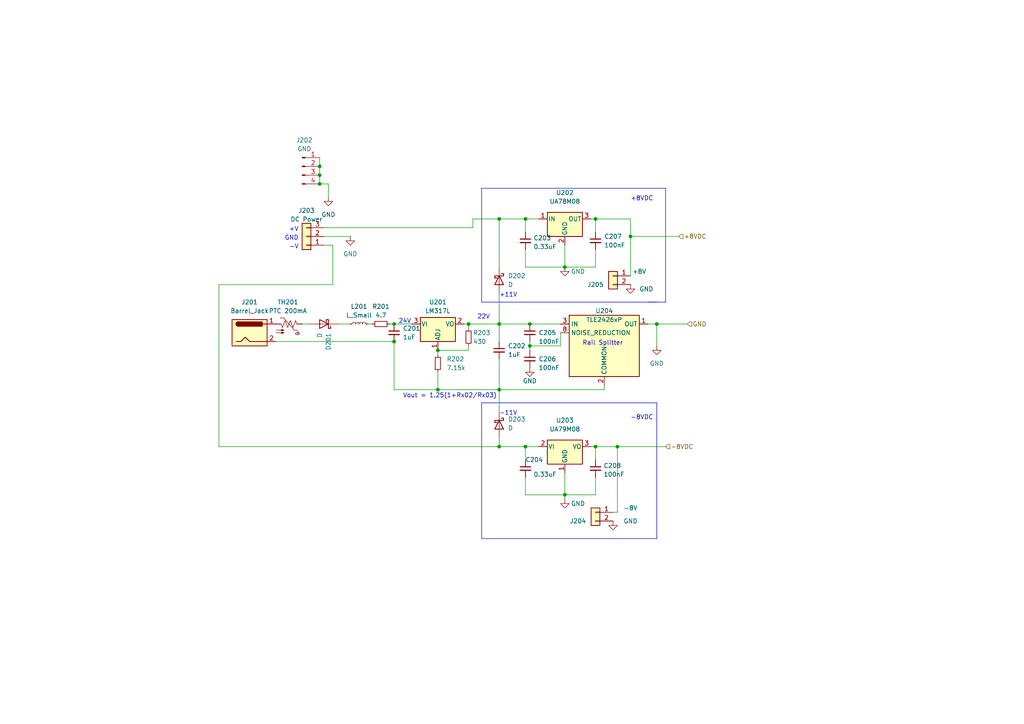
<source format=kicad_sch>
(kicad_sch (version 20230121) (generator eeschema)

  (uuid 1a0ba4cd-7311-4f43-9fcd-f41e882852e0)

  (paper "A4")

  (lib_symbols
    (symbol "Connector:Barrel_Jack" (pin_names (offset 1.016)) (in_bom yes) (on_board yes)
      (property "Reference" "J" (at 0 5.334 0)
        (effects (font (size 1.27 1.27)))
      )
      (property "Value" "Barrel_Jack" (at 0 -5.08 0)
        (effects (font (size 1.27 1.27)))
      )
      (property "Footprint" "" (at 1.27 -1.016 0)
        (effects (font (size 1.27 1.27)) hide)
      )
      (property "Datasheet" "~" (at 1.27 -1.016 0)
        (effects (font (size 1.27 1.27)) hide)
      )
      (property "ki_keywords" "DC power barrel jack connector" (at 0 0 0)
        (effects (font (size 1.27 1.27)) hide)
      )
      (property "ki_description" "DC Barrel Jack" (at 0 0 0)
        (effects (font (size 1.27 1.27)) hide)
      )
      (property "ki_fp_filters" "BarrelJack*" (at 0 0 0)
        (effects (font (size 1.27 1.27)) hide)
      )
      (symbol "Barrel_Jack_0_1"
        (rectangle (start -5.08 3.81) (end 5.08 -3.81)
          (stroke (width 0.254) (type default))
          (fill (type background))
        )
        (arc (start -3.302 3.175) (mid -3.9343 2.54) (end -3.302 1.905)
          (stroke (width 0.254) (type default))
          (fill (type none))
        )
        (arc (start -3.302 3.175) (mid -3.9343 2.54) (end -3.302 1.905)
          (stroke (width 0.254) (type default))
          (fill (type outline))
        )
        (polyline
          (pts
            (xy 5.08 2.54)
            (xy 3.81 2.54)
          )
          (stroke (width 0.254) (type default))
          (fill (type none))
        )
        (polyline
          (pts
            (xy -3.81 -2.54)
            (xy -2.54 -2.54)
            (xy -1.27 -1.27)
            (xy 0 -2.54)
            (xy 2.54 -2.54)
            (xy 5.08 -2.54)
          )
          (stroke (width 0.254) (type default))
          (fill (type none))
        )
        (rectangle (start 3.683 3.175) (end -3.302 1.905)
          (stroke (width 0.254) (type default))
          (fill (type outline))
        )
      )
      (symbol "Barrel_Jack_1_1"
        (pin passive line (at 7.62 2.54 180) (length 2.54)
          (name "~" (effects (font (size 1.27 1.27))))
          (number "1" (effects (font (size 1.27 1.27))))
        )
        (pin passive line (at 7.62 -2.54 180) (length 2.54)
          (name "~" (effects (font (size 1.27 1.27))))
          (number "2" (effects (font (size 1.27 1.27))))
        )
      )
    )
    (symbol "Connector:Conn_01x04_Pin" (pin_names (offset 1.016) hide) (in_bom yes) (on_board yes)
      (property "Reference" "J" (at 0 5.08 0)
        (effects (font (size 1.27 1.27)))
      )
      (property "Value" "Conn_01x04_Pin" (at 0 -7.62 0)
        (effects (font (size 1.27 1.27)))
      )
      (property "Footprint" "" (at 0 0 0)
        (effects (font (size 1.27 1.27)) hide)
      )
      (property "Datasheet" "~" (at 0 0 0)
        (effects (font (size 1.27 1.27)) hide)
      )
      (property "ki_locked" "" (at 0 0 0)
        (effects (font (size 1.27 1.27)))
      )
      (property "ki_keywords" "connector" (at 0 0 0)
        (effects (font (size 1.27 1.27)) hide)
      )
      (property "ki_description" "Generic connector, single row, 01x04, script generated" (at 0 0 0)
        (effects (font (size 1.27 1.27)) hide)
      )
      (property "ki_fp_filters" "Connector*:*_1x??_*" (at 0 0 0)
        (effects (font (size 1.27 1.27)) hide)
      )
      (symbol "Conn_01x04_Pin_1_1"
        (polyline
          (pts
            (xy 1.27 -5.08)
            (xy 0.8636 -5.08)
          )
          (stroke (width 0.1524) (type default))
          (fill (type none))
        )
        (polyline
          (pts
            (xy 1.27 -2.54)
            (xy 0.8636 -2.54)
          )
          (stroke (width 0.1524) (type default))
          (fill (type none))
        )
        (polyline
          (pts
            (xy 1.27 0)
            (xy 0.8636 0)
          )
          (stroke (width 0.1524) (type default))
          (fill (type none))
        )
        (polyline
          (pts
            (xy 1.27 2.54)
            (xy 0.8636 2.54)
          )
          (stroke (width 0.1524) (type default))
          (fill (type none))
        )
        (rectangle (start 0.8636 -4.953) (end 0 -5.207)
          (stroke (width 0.1524) (type default))
          (fill (type outline))
        )
        (rectangle (start 0.8636 -2.413) (end 0 -2.667)
          (stroke (width 0.1524) (type default))
          (fill (type outline))
        )
        (rectangle (start 0.8636 0.127) (end 0 -0.127)
          (stroke (width 0.1524) (type default))
          (fill (type outline))
        )
        (rectangle (start 0.8636 2.667) (end 0 2.413)
          (stroke (width 0.1524) (type default))
          (fill (type outline))
        )
        (pin passive line (at 5.08 2.54 180) (length 3.81)
          (name "Pin_1" (effects (font (size 1.27 1.27))))
          (number "1" (effects (font (size 1.27 1.27))))
        )
        (pin passive line (at 5.08 0 180) (length 3.81)
          (name "Pin_2" (effects (font (size 1.27 1.27))))
          (number "2" (effects (font (size 1.27 1.27))))
        )
        (pin passive line (at 5.08 -2.54 180) (length 3.81)
          (name "Pin_3" (effects (font (size 1.27 1.27))))
          (number "3" (effects (font (size 1.27 1.27))))
        )
        (pin passive line (at 5.08 -5.08 180) (length 3.81)
          (name "Pin_4" (effects (font (size 1.27 1.27))))
          (number "4" (effects (font (size 1.27 1.27))))
        )
      )
    )
    (symbol "Connector_Generic:Conn_01x02" (pin_names (offset 1.016) hide) (in_bom yes) (on_board yes)
      (property "Reference" "J" (at 0 2.54 0)
        (effects (font (size 1.27 1.27)))
      )
      (property "Value" "Conn_01x02" (at 0 -5.08 0)
        (effects (font (size 1.27 1.27)))
      )
      (property "Footprint" "" (at 0 0 0)
        (effects (font (size 1.27 1.27)) hide)
      )
      (property "Datasheet" "~" (at 0 0 0)
        (effects (font (size 1.27 1.27)) hide)
      )
      (property "ki_keywords" "connector" (at 0 0 0)
        (effects (font (size 1.27 1.27)) hide)
      )
      (property "ki_description" "Generic connector, single row, 01x02, script generated (kicad-library-utils/schlib/autogen/connector/)" (at 0 0 0)
        (effects (font (size 1.27 1.27)) hide)
      )
      (property "ki_fp_filters" "Connector*:*_1x??_*" (at 0 0 0)
        (effects (font (size 1.27 1.27)) hide)
      )
      (symbol "Conn_01x02_1_1"
        (rectangle (start -1.27 -2.413) (end 0 -2.667)
          (stroke (width 0.1524) (type default))
          (fill (type none))
        )
        (rectangle (start -1.27 0.127) (end 0 -0.127)
          (stroke (width 0.1524) (type default))
          (fill (type none))
        )
        (rectangle (start -1.27 1.27) (end 1.27 -3.81)
          (stroke (width 0.254) (type default))
          (fill (type background))
        )
        (pin passive line (at -5.08 0 0) (length 3.81)
          (name "Pin_1" (effects (font (size 1.27 1.27))))
          (number "1" (effects (font (size 1.27 1.27))))
        )
        (pin passive line (at -5.08 -2.54 0) (length 3.81)
          (name "Pin_2" (effects (font (size 1.27 1.27))))
          (number "2" (effects (font (size 1.27 1.27))))
        )
      )
    )
    (symbol "Connector_Generic:Conn_01x03" (pin_names (offset 1.016) hide) (in_bom yes) (on_board yes)
      (property "Reference" "J" (at 0 5.08 0)
        (effects (font (size 1.27 1.27)))
      )
      (property "Value" "Conn_01x03" (at 0 -5.08 0)
        (effects (font (size 1.27 1.27)))
      )
      (property "Footprint" "" (at 0 0 0)
        (effects (font (size 1.27 1.27)) hide)
      )
      (property "Datasheet" "~" (at 0 0 0)
        (effects (font (size 1.27 1.27)) hide)
      )
      (property "ki_keywords" "connector" (at 0 0 0)
        (effects (font (size 1.27 1.27)) hide)
      )
      (property "ki_description" "Generic connector, single row, 01x03, script generated (kicad-library-utils/schlib/autogen/connector/)" (at 0 0 0)
        (effects (font (size 1.27 1.27)) hide)
      )
      (property "ki_fp_filters" "Connector*:*_1x??_*" (at 0 0 0)
        (effects (font (size 1.27 1.27)) hide)
      )
      (symbol "Conn_01x03_1_1"
        (rectangle (start -1.27 -2.413) (end 0 -2.667)
          (stroke (width 0.1524) (type default))
          (fill (type none))
        )
        (rectangle (start -1.27 0.127) (end 0 -0.127)
          (stroke (width 0.1524) (type default))
          (fill (type none))
        )
        (rectangle (start -1.27 2.667) (end 0 2.413)
          (stroke (width 0.1524) (type default))
          (fill (type none))
        )
        (rectangle (start -1.27 3.81) (end 1.27 -3.81)
          (stroke (width 0.254) (type default))
          (fill (type background))
        )
        (pin passive line (at -5.08 2.54 0) (length 3.81)
          (name "Pin_1" (effects (font (size 1.27 1.27))))
          (number "1" (effects (font (size 1.27 1.27))))
        )
        (pin passive line (at -5.08 0 0) (length 3.81)
          (name "Pin_2" (effects (font (size 1.27 1.27))))
          (number "2" (effects (font (size 1.27 1.27))))
        )
        (pin passive line (at -5.08 -2.54 0) (length 3.81)
          (name "Pin_3" (effects (font (size 1.27 1.27))))
          (number "3" (effects (font (size 1.27 1.27))))
        )
      )
    )
    (symbol "Device:C_Small" (pin_numbers hide) (pin_names (offset 0.254) hide) (in_bom yes) (on_board yes)
      (property "Reference" "C" (at 0.254 1.778 0)
        (effects (font (size 1.27 1.27)) (justify left))
      )
      (property "Value" "C_Small" (at 0.254 -2.032 0)
        (effects (font (size 1.27 1.27)) (justify left))
      )
      (property "Footprint" "" (at 0 0 0)
        (effects (font (size 1.27 1.27)) hide)
      )
      (property "Datasheet" "~" (at 0 0 0)
        (effects (font (size 1.27 1.27)) hide)
      )
      (property "ki_keywords" "capacitor cap" (at 0 0 0)
        (effects (font (size 1.27 1.27)) hide)
      )
      (property "ki_description" "Unpolarized capacitor, small symbol" (at 0 0 0)
        (effects (font (size 1.27 1.27)) hide)
      )
      (property "ki_fp_filters" "C_*" (at 0 0 0)
        (effects (font (size 1.27 1.27)) hide)
      )
      (symbol "C_Small_0_1"
        (polyline
          (pts
            (xy -1.524 -0.508)
            (xy 1.524 -0.508)
          )
          (stroke (width 0.3302) (type default))
          (fill (type none))
        )
        (polyline
          (pts
            (xy -1.524 0.508)
            (xy 1.524 0.508)
          )
          (stroke (width 0.3048) (type default))
          (fill (type none))
        )
      )
      (symbol "C_Small_1_1"
        (pin passive line (at 0 2.54 270) (length 2.032)
          (name "~" (effects (font (size 1.27 1.27))))
          (number "1" (effects (font (size 1.27 1.27))))
        )
        (pin passive line (at 0 -2.54 90) (length 2.032)
          (name "~" (effects (font (size 1.27 1.27))))
          (number "2" (effects (font (size 1.27 1.27))))
        )
      )
    )
    (symbol "Device:D_Schottky" (pin_numbers hide) (pin_names (offset 1.016) hide) (in_bom yes) (on_board yes)
      (property "Reference" "D" (at 0 2.54 0)
        (effects (font (size 1.27 1.27)))
      )
      (property "Value" "D_Schottky" (at 0 -2.54 0)
        (effects (font (size 1.27 1.27)))
      )
      (property "Footprint" "" (at 0 0 0)
        (effects (font (size 1.27 1.27)) hide)
      )
      (property "Datasheet" "~" (at 0 0 0)
        (effects (font (size 1.27 1.27)) hide)
      )
      (property "ki_keywords" "diode Schottky" (at 0 0 0)
        (effects (font (size 1.27 1.27)) hide)
      )
      (property "ki_description" "Schottky diode" (at 0 0 0)
        (effects (font (size 1.27 1.27)) hide)
      )
      (property "ki_fp_filters" "TO-???* *_Diode_* *SingleDiode* D_*" (at 0 0 0)
        (effects (font (size 1.27 1.27)) hide)
      )
      (symbol "D_Schottky_0_1"
        (polyline
          (pts
            (xy 1.27 0)
            (xy -1.27 0)
          )
          (stroke (width 0) (type default))
          (fill (type none))
        )
        (polyline
          (pts
            (xy 1.27 1.27)
            (xy 1.27 -1.27)
            (xy -1.27 0)
            (xy 1.27 1.27)
          )
          (stroke (width 0.254) (type default))
          (fill (type none))
        )
        (polyline
          (pts
            (xy -1.905 0.635)
            (xy -1.905 1.27)
            (xy -1.27 1.27)
            (xy -1.27 -1.27)
            (xy -0.635 -1.27)
            (xy -0.635 -0.635)
          )
          (stroke (width 0.254) (type default))
          (fill (type none))
        )
      )
      (symbol "D_Schottky_1_1"
        (pin passive line (at -3.81 0 0) (length 2.54)
          (name "K" (effects (font (size 1.27 1.27))))
          (number "1" (effects (font (size 1.27 1.27))))
        )
        (pin passive line (at 3.81 0 180) (length 2.54)
          (name "A" (effects (font (size 1.27 1.27))))
          (number "2" (effects (font (size 1.27 1.27))))
        )
      )
    )
    (symbol "Device:L_Small" (pin_numbers hide) (pin_names (offset 0.254) hide) (in_bom yes) (on_board yes)
      (property "Reference" "L" (at 0.762 1.016 0)
        (effects (font (size 1.27 1.27)) (justify left))
      )
      (property "Value" "L_Small" (at 0.762 -1.016 0)
        (effects (font (size 1.27 1.27)) (justify left))
      )
      (property "Footprint" "" (at 0 0 0)
        (effects (font (size 1.27 1.27)) hide)
      )
      (property "Datasheet" "~" (at 0 0 0)
        (effects (font (size 1.27 1.27)) hide)
      )
      (property "ki_keywords" "inductor choke coil reactor magnetic" (at 0 0 0)
        (effects (font (size 1.27 1.27)) hide)
      )
      (property "ki_description" "Inductor, small symbol" (at 0 0 0)
        (effects (font (size 1.27 1.27)) hide)
      )
      (property "ki_fp_filters" "Choke_* *Coil* Inductor_* L_*" (at 0 0 0)
        (effects (font (size 1.27 1.27)) hide)
      )
      (symbol "L_Small_0_1"
        (arc (start 0 -2.032) (mid 0.5058 -1.524) (end 0 -1.016)
          (stroke (width 0) (type default))
          (fill (type none))
        )
        (arc (start 0 -1.016) (mid 0.5058 -0.508) (end 0 0)
          (stroke (width 0) (type default))
          (fill (type none))
        )
        (arc (start 0 0) (mid 0.5058 0.508) (end 0 1.016)
          (stroke (width 0) (type default))
          (fill (type none))
        )
        (arc (start 0 1.016) (mid 0.5058 1.524) (end 0 2.032)
          (stroke (width 0) (type default))
          (fill (type none))
        )
      )
      (symbol "L_Small_1_1"
        (pin passive line (at 0 2.54 270) (length 0.508)
          (name "~" (effects (font (size 1.27 1.27))))
          (number "1" (effects (font (size 1.27 1.27))))
        )
        (pin passive line (at 0 -2.54 90) (length 0.508)
          (name "~" (effects (font (size 1.27 1.27))))
          (number "2" (effects (font (size 1.27 1.27))))
        )
      )
    )
    (symbol "Device:R_Small" (pin_numbers hide) (pin_names (offset 0.254) hide) (in_bom yes) (on_board yes)
      (property "Reference" "R" (at 0.762 0.508 0)
        (effects (font (size 1.27 1.27)) (justify left))
      )
      (property "Value" "R_Small" (at 0.762 -1.016 0)
        (effects (font (size 1.27 1.27)) (justify left))
      )
      (property "Footprint" "" (at 0 0 0)
        (effects (font (size 1.27 1.27)) hide)
      )
      (property "Datasheet" "~" (at 0 0 0)
        (effects (font (size 1.27 1.27)) hide)
      )
      (property "ki_keywords" "R resistor" (at 0 0 0)
        (effects (font (size 1.27 1.27)) hide)
      )
      (property "ki_description" "Resistor, small symbol" (at 0 0 0)
        (effects (font (size 1.27 1.27)) hide)
      )
      (property "ki_fp_filters" "R_*" (at 0 0 0)
        (effects (font (size 1.27 1.27)) hide)
      )
      (symbol "R_Small_0_1"
        (rectangle (start -0.762 1.778) (end 0.762 -1.778)
          (stroke (width 0.2032) (type default))
          (fill (type none))
        )
      )
      (symbol "R_Small_1_1"
        (pin passive line (at 0 2.54 270) (length 0.762)
          (name "~" (effects (font (size 1.27 1.27))))
          (number "1" (effects (font (size 1.27 1.27))))
        )
        (pin passive line (at 0 -2.54 90) (length 0.762)
          (name "~" (effects (font (size 1.27 1.27))))
          (number "2" (effects (font (size 1.27 1.27))))
        )
      )
    )
    (symbol "Device:Thermistor_PTC_US" (pin_numbers hide) (pin_names (offset 0)) (in_bom yes) (on_board yes)
      (property "Reference" "TH" (at -4.064 0 90)
        (effects (font (size 1.27 1.27)))
      )
      (property "Value" "Thermistor_PTC_US" (at 3.048 0 90)
        (effects (font (size 1.27 1.27)))
      )
      (property "Footprint" "" (at 1.27 -5.08 0)
        (effects (font (size 1.27 1.27)) (justify left) hide)
      )
      (property "Datasheet" "~" (at 0 0 0)
        (effects (font (size 1.27 1.27)) hide)
      )
      (property "ki_keywords" "resistor PTC thermistor sensor RTD" (at 0 0 0)
        (effects (font (size 1.27 1.27)) hide)
      )
      (property "ki_description" "Temperature dependent resistor, positive temperature coefficient, US symbol" (at 0 0 0)
        (effects (font (size 1.27 1.27)) hide)
      )
      (property "ki_fp_filters" "*PTC* *Thermistor* PIN?ARRAY* bornier* *Terminal?Block* R_*" (at 0 0 0)
        (effects (font (size 1.27 1.27)) hide)
      )
      (symbol "Thermistor_PTC_US_0_1"
        (arc (start -3.048 2.159) (mid -3.0495 2.3143) (end -3.175 2.413)
          (stroke (width 0) (type default))
          (fill (type none))
        )
        (arc (start -3.048 2.159) (mid -2.9736 1.9794) (end -2.794 1.905)
          (stroke (width 0) (type default))
          (fill (type none))
        )
        (arc (start -3.048 2.794) (mid -2.9736 2.6144) (end -2.794 2.54)
          (stroke (width 0) (type default))
          (fill (type none))
        )
        (arc (start -2.794 1.905) (mid -2.6144 1.9794) (end -2.54 2.159)
          (stroke (width 0) (type default))
          (fill (type none))
        )
        (arc (start -2.794 2.54) (mid -2.4393 2.5587) (end -2.159 2.794)
          (stroke (width 0) (type default))
          (fill (type none))
        )
        (arc (start -2.794 3.048) (mid -2.9736 2.9736) (end -3.048 2.794)
          (stroke (width 0) (type default))
          (fill (type none))
        )
        (arc (start -2.54 2.794) (mid -2.6144 2.9736) (end -2.794 3.048)
          (stroke (width 0) (type default))
          (fill (type none))
        )
        (polyline
          (pts
            (xy -2.54 2.159)
            (xy -2.54 2.794)
          )
          (stroke (width 0) (type default))
          (fill (type none))
        )
        (polyline
          (pts
            (xy 0 -2.286)
            (xy 0 -2.54)
          )
          (stroke (width 0) (type default))
          (fill (type none))
        )
        (polyline
          (pts
            (xy 0 2.286)
            (xy 0 2.54)
          )
          (stroke (width 0) (type default))
          (fill (type none))
        )
        (polyline
          (pts
            (xy -1.778 2.54)
            (xy -1.778 1.524)
            (xy 1.778 -1.524)
            (xy 1.778 -2.54)
          )
          (stroke (width 0) (type default))
          (fill (type none))
        )
        (polyline
          (pts
            (xy 0 -0.762)
            (xy 1.016 -1.143)
            (xy 0 -1.524)
            (xy -1.016 -1.905)
            (xy 0 -2.286)
          )
          (stroke (width 0) (type default))
          (fill (type none))
        )
        (polyline
          (pts
            (xy 0 0.762)
            (xy 1.016 0.381)
            (xy 0 0)
            (xy -1.016 -0.381)
            (xy 0 -0.762)
          )
          (stroke (width 0) (type default))
          (fill (type none))
        )
        (polyline
          (pts
            (xy 0 2.286)
            (xy 1.016 1.905)
            (xy 0 1.524)
            (xy -1.016 1.143)
            (xy 0 0.762)
          )
          (stroke (width 0) (type default))
          (fill (type none))
        )
        (polyline
          (pts
            (xy -2.54 -3.683)
            (xy -2.54 -1.397)
            (xy -2.794 -2.159)
            (xy -2.286 -2.159)
            (xy -2.54 -1.397)
            (xy -2.54 -1.651)
          )
          (stroke (width 0) (type default))
          (fill (type outline))
        )
        (polyline
          (pts
            (xy -1.778 -3.683)
            (xy -1.778 -1.397)
            (xy -2.032 -2.159)
            (xy -1.524 -2.159)
            (xy -1.778 -1.397)
            (xy -1.778 -1.651)
          )
          (stroke (width 0) (type default))
          (fill (type outline))
        )
      )
      (symbol "Thermistor_PTC_US_1_1"
        (pin passive line (at 0 3.81 270) (length 1.27)
          (name "~" (effects (font (size 1.27 1.27))))
          (number "1" (effects (font (size 1.27 1.27))))
        )
        (pin passive line (at 0 -3.81 90) (length 1.27)
          (name "~" (effects (font (size 1.27 1.27))))
          (number "2" (effects (font (size 1.27 1.27))))
        )
      )
    )
    (symbol "Reference_Voltage:TLE2426xD" (in_bom yes) (on_board yes)
      (property "Reference" "U" (at -10.414 8.89 0)
        (effects (font (size 1.27 1.27)) (justify left))
      )
      (property "Value" "TLE2426xD" (at 10.16 8.89 0)
        (effects (font (size 1.27 1.27)) (justify right))
      )
      (property "Footprint" "Package_SO:SOIC-8_3.9x4.9mm_P1.27mm" (at 0 -15.24 0)
        (effects (font (size 1.27 1.27) italic) hide)
      )
      (property "Datasheet" "http://www.ti.com/lit/ds/symlink/tle2426.pdf" (at -35.56 24.13 0)
        (effects (font (size 1.27 1.27) italic) hide)
      )
      (property "ki_keywords" "Rail splitter precision virtual ground" (at 0 0 0)
        (effects (font (size 1.27 1.27)) hide)
      )
      (property "ki_description" "Precision virtual ground, noise reduction pin, 4V to 40V input, SOIC-8" (at 0 0 0)
        (effects (font (size 1.27 1.27)) hide)
      )
      (property "ki_fp_filters" "SOIC*3.9x4.9mm*P1.27mm*" (at 0 0 0)
        (effects (font (size 1.27 1.27)) hide)
      )
      (symbol "TLE2426xD_0_1"
        (rectangle (start -10.16 7.62) (end 10.16 -10.16)
          (stroke (width 0.254) (type default))
          (fill (type background))
        )
      )
      (symbol "TLE2426xD_1_1"
        (pin power_out line (at 12.7 5.08 180) (length 2.54)
          (name "OUT" (effects (font (size 1.27 1.27))))
          (number "1" (effects (font (size 1.27 1.27))))
        )
        (pin power_in line (at 0 -12.7 90) (length 2.54)
          (name "COMMON" (effects (font (size 1.27 1.27))))
          (number "2" (effects (font (size 1.27 1.27))))
        )
        (pin power_in line (at -12.7 5.08 0) (length 2.54)
          (name "IN" (effects (font (size 1.27 1.27))))
          (number "3" (effects (font (size 1.27 1.27))))
        )
        (pin no_connect line (at -10.16 0 0) (length 2.54) hide
          (name "NC" (effects (font (size 1.27 1.27))))
          (number "4" (effects (font (size 1.27 1.27))))
        )
        (pin no_connect line (at -10.16 -2.54 0) (length 2.54) hide
          (name "NC" (effects (font (size 1.27 1.27))))
          (number "5" (effects (font (size 1.27 1.27))))
        )
        (pin no_connect line (at 10.16 0 180) (length 2.54) hide
          (name "NC" (effects (font (size 1.27 1.27))))
          (number "6" (effects (font (size 1.27 1.27))))
        )
        (pin no_connect line (at 10.16 -2.54 180) (length 2.54) hide
          (name "NC" (effects (font (size 1.27 1.27))))
          (number "7" (effects (font (size 1.27 1.27))))
        )
        (pin passive line (at -12.7 2.54 0) (length 2.54)
          (name "NOISE_REDUCTION" (effects (font (size 1.27 1.27))))
          (number "8" (effects (font (size 1.27 1.27))))
        )
      )
    )
    (symbol "Regulator_Linear:LM317_TO-220" (pin_names (offset 0.254)) (in_bom yes) (on_board yes)
      (property "Reference" "U" (at -3.81 3.175 0)
        (effects (font (size 1.27 1.27)))
      )
      (property "Value" "LM317_TO-220" (at 0 3.175 0)
        (effects (font (size 1.27 1.27)) (justify left))
      )
      (property "Footprint" "Package_TO_SOT_THT:TO-220-3_Vertical" (at 0 6.35 0)
        (effects (font (size 1.27 1.27) italic) hide)
      )
      (property "Datasheet" "http://www.ti.com/lit/ds/symlink/lm317.pdf" (at 0 0 0)
        (effects (font (size 1.27 1.27)) hide)
      )
      (property "ki_keywords" "Adjustable Voltage Regulator 1A Positive" (at 0 0 0)
        (effects (font (size 1.27 1.27)) hide)
      )
      (property "ki_description" "1.5A 35V Adjustable Linear Regulator, TO-220" (at 0 0 0)
        (effects (font (size 1.27 1.27)) hide)
      )
      (property "ki_fp_filters" "TO?220*" (at 0 0 0)
        (effects (font (size 1.27 1.27)) hide)
      )
      (symbol "LM317_TO-220_0_1"
        (rectangle (start -5.08 1.905) (end 5.08 -5.08)
          (stroke (width 0.254) (type default))
          (fill (type background))
        )
      )
      (symbol "LM317_TO-220_1_1"
        (pin input line (at 0 -7.62 90) (length 2.54)
          (name "ADJ" (effects (font (size 1.27 1.27))))
          (number "1" (effects (font (size 1.27 1.27))))
        )
        (pin power_out line (at 7.62 0 180) (length 2.54)
          (name "VO" (effects (font (size 1.27 1.27))))
          (number "2" (effects (font (size 1.27 1.27))))
        )
        (pin power_in line (at -7.62 0 0) (length 2.54)
          (name "VI" (effects (font (size 1.27 1.27))))
          (number "3" (effects (font (size 1.27 1.27))))
        )
      )
    )
    (symbol "Regulator_Linear:LM7908_TO220" (pin_names (offset 0.254)) (in_bom yes) (on_board yes)
      (property "Reference" "U" (at -3.81 -3.175 0)
        (effects (font (size 1.27 1.27)))
      )
      (property "Value" "LM7908_TO220" (at 0 -3.175 0)
        (effects (font (size 1.27 1.27)) (justify left))
      )
      (property "Footprint" "Package_TO_SOT_THT:TO-220-3_Vertical" (at 0 -5.08 0)
        (effects (font (size 1.27 1.27) italic) hide)
      )
      (property "Datasheet" "https://www.onsemi.com/pub/Collateral/MC7900-D.PDF" (at 0 0 0)
        (effects (font (size 1.27 1.27)) hide)
      )
      (property "ki_keywords" "Voltage Regulator 1A Negative" (at 0 0 0)
        (effects (font (size 1.27 1.27)) hide)
      )
      (property "ki_description" "Negative 1A 35V Linear Regulator, Fixed Output 8V, TO-220" (at 0 0 0)
        (effects (font (size 1.27 1.27)) hide)
      )
      (property "ki_fp_filters" "TO?220*" (at 0 0 0)
        (effects (font (size 1.27 1.27)) hide)
      )
      (symbol "LM7908_TO220_0_1"
        (rectangle (start -5.08 5.08) (end 5.08 -1.905)
          (stroke (width 0.254) (type default))
          (fill (type background))
        )
      )
      (symbol "LM7908_TO220_1_1"
        (pin power_in line (at 0 7.62 270) (length 2.54)
          (name "GND" (effects (font (size 1.27 1.27))))
          (number "1" (effects (font (size 1.27 1.27))))
        )
        (pin power_in line (at -7.62 0 0) (length 2.54)
          (name "VI" (effects (font (size 1.27 1.27))))
          (number "2" (effects (font (size 1.27 1.27))))
        )
        (pin power_out line (at 7.62 0 180) (length 2.54)
          (name "VO" (effects (font (size 1.27 1.27))))
          (number "3" (effects (font (size 1.27 1.27))))
        )
      )
    )
    (symbol "Regulator_Linear:uA7808" (pin_names (offset 0.254)) (in_bom yes) (on_board yes)
      (property "Reference" "U" (at -3.81 3.175 0)
        (effects (font (size 1.27 1.27)))
      )
      (property "Value" "uA7808" (at 0 3.175 0)
        (effects (font (size 1.27 1.27)) (justify left))
      )
      (property "Footprint" "" (at 0.635 -3.81 0)
        (effects (font (size 1.27 1.27) italic) (justify left) hide)
      )
      (property "Datasheet" "http://www.ti.com/lit/ds/symlink/ua78.pdf" (at 0 -1.27 0)
        (effects (font (size 1.27 1.27)) hide)
      )
      (property "ki_keywords" "Voltage Regulator 1A Positive" (at 0 0 0)
        (effects (font (size 1.27 1.27)) hide)
      )
      (property "ki_description" "Positive 1A 35V Linear Regulator, Fixed Output 8V, TO-220/TO-263" (at 0 0 0)
        (effects (font (size 1.27 1.27)) hide)
      )
      (property "ki_fp_filters" "TO?263* TO?220*" (at 0 0 0)
        (effects (font (size 1.27 1.27)) hide)
      )
      (symbol "uA7808_0_1"
        (rectangle (start -5.08 1.905) (end 5.08 -5.08)
          (stroke (width 0.254) (type default))
          (fill (type background))
        )
      )
      (symbol "uA7808_1_1"
        (pin power_in line (at -7.62 0 0) (length 2.54)
          (name "IN" (effects (font (size 1.27 1.27))))
          (number "1" (effects (font (size 1.27 1.27))))
        )
        (pin power_in line (at 0 -7.62 90) (length 2.54)
          (name "GND" (effects (font (size 1.27 1.27))))
          (number "2" (effects (font (size 1.27 1.27))))
        )
        (pin power_out line (at 7.62 0 180) (length 2.54)
          (name "OUT" (effects (font (size 1.27 1.27))))
          (number "3" (effects (font (size 1.27 1.27))))
        )
      )
    )
    (symbol "power:GND" (power) (pin_names (offset 0)) (in_bom yes) (on_board yes)
      (property "Reference" "#PWR" (at 0 -6.35 0)
        (effects (font (size 1.27 1.27)) hide)
      )
      (property "Value" "GND" (at 0 -3.81 0)
        (effects (font (size 1.27 1.27)))
      )
      (property "Footprint" "" (at 0 0 0)
        (effects (font (size 1.27 1.27)) hide)
      )
      (property "Datasheet" "" (at 0 0 0)
        (effects (font (size 1.27 1.27)) hide)
      )
      (property "ki_keywords" "global power" (at 0 0 0)
        (effects (font (size 1.27 1.27)) hide)
      )
      (property "ki_description" "Power symbol creates a global label with name \"GND\" , ground" (at 0 0 0)
        (effects (font (size 1.27 1.27)) hide)
      )
      (symbol "GND_0_1"
        (polyline
          (pts
            (xy 0 0)
            (xy 0 -1.27)
            (xy 1.27 -1.27)
            (xy 0 -2.54)
            (xy -1.27 -1.27)
            (xy 0 -1.27)
          )
          (stroke (width 0) (type default))
          (fill (type none))
        )
      )
      (symbol "GND_1_1"
        (pin power_in line (at 0 0 270) (length 0) hide
          (name "GND" (effects (font (size 1.27 1.27))))
          (number "1" (effects (font (size 1.27 1.27))))
        )
      )
    )
  )

  (junction (at 172.72 129.54) (diameter 0) (color 0 0 0 0)
    (uuid 0194cd31-77fb-4b31-9280-b52dbf27f03c)
  )
  (junction (at 172.72 63.5) (diameter 0) (color 0 0 0 0)
    (uuid 0296f196-900e-46e1-b91a-17486d10034a)
  )
  (junction (at 127 113.03) (diameter 0) (color 0 0 0 0)
    (uuid 0f8ec71f-a1a3-4683-a895-1a673cbfe45e)
  )
  (junction (at 179.07 129.54) (diameter 0) (color 0 0 0 0)
    (uuid 149a491f-9641-45bc-a69b-82adb6b55a9e)
  )
  (junction (at 135.89 93.98) (diameter 0) (color 0 0 0 0)
    (uuid 265bc397-d4ab-46c4-a49f-5d075932f7f8)
  )
  (junction (at 144.78 93.98) (diameter 0) (color 0 0 0 0)
    (uuid 37ae0ebf-9613-4361-8086-14fcb668a439)
  )
  (junction (at 144.78 129.54) (diameter 0) (color 0 0 0 0)
    (uuid 3b97f006-5c8f-490e-a643-fbe159c2c4ec)
  )
  (junction (at 114.3 99.06) (diameter 0) (color 0 0 0 0)
    (uuid 42e80a8b-4b2e-40fa-9261-109871f6ec77)
  )
  (junction (at 92.71 53.34) (diameter 0) (color 0 0 0 0)
    (uuid 46ff0df0-41aa-4347-bfad-b4efa037b4c1)
  )
  (junction (at 163.83 143.51) (diameter 0) (color 0 0 0 0)
    (uuid 4ab0611a-35f9-4b68-9eb2-df7b7e522151)
  )
  (junction (at 182.88 68.58) (diameter 0) (color 0 0 0 0)
    (uuid 4edd5e5a-2708-4e41-9225-fe2ce0a02ad6)
  )
  (junction (at 92.71 50.8) (diameter 0) (color 0 0 0 0)
    (uuid 53a4f511-1b77-4974-be7a-db8c89e59e62)
  )
  (junction (at 114.3 93.98) (diameter 0) (color 0 0 0 0)
    (uuid 66c25c76-5d76-4ad2-968b-23846fb8fd87)
  )
  (junction (at 163.83 77.47) (diameter 0) (color 0 0 0 0)
    (uuid 70373970-8f24-4a23-9579-de0643536c37)
  )
  (junction (at 152.4 129.54) (diameter 0) (color 0 0 0 0)
    (uuid 7e6d5860-91f3-42b6-8bde-4ada923ba1bb)
  )
  (junction (at 153.67 100.33) (diameter 0) (color 0 0 0 0)
    (uuid a3a19ed2-9a03-4f2e-af1f-b7bc823df381)
  )
  (junction (at 144.78 113.03) (diameter 0) (color 0 0 0 0)
    (uuid aa843935-93d1-47ed-a40d-152859fe51c6)
  )
  (junction (at 127 101.6) (diameter 0) (color 0 0 0 0)
    (uuid b0f95efa-bbee-4651-a904-b9db5be58e67)
  )
  (junction (at 190.5 93.98) (diameter 0) (color 0 0 0 0)
    (uuid d6e5daea-44dc-4964-8468-be8f6157339f)
  )
  (junction (at 92.71 48.26) (diameter 0) (color 0 0 0 0)
    (uuid d992b450-5b58-40b7-ab7e-31f6c426571a)
  )
  (junction (at 152.4 63.5) (diameter 0) (color 0 0 0 0)
    (uuid e09f1b79-e9cc-41e7-89e8-1a55befa07f4)
  )
  (junction (at 153.67 93.98) (diameter 0) (color 0 0 0 0)
    (uuid e492e488-41ca-4d69-8a95-c2a17e31be5e)
  )
  (junction (at 144.78 63.5) (diameter 0) (color 0 0 0 0)
    (uuid fbaee50a-f7cd-4cce-ae2c-83fcee8da632)
  )

  (wire (pts (xy 152.4 63.5) (xy 152.4 67.31))
    (stroke (width 0) (type default))
    (uuid 08c4d390-b676-4843-ad82-8a980b27b384)
  )
  (wire (pts (xy 144.78 104.14) (xy 144.78 113.03))
    (stroke (width 0) (type default))
    (uuid 0cd0d599-cef5-4b00-accc-f63139ba4f53)
  )
  (wire (pts (xy 152.4 129.54) (xy 156.21 129.54))
    (stroke (width 0) (type default))
    (uuid 11d4a509-388c-415c-b9ef-7a471cde6e41)
  )
  (wire (pts (xy 96.52 82.55) (xy 63.5 82.55))
    (stroke (width 0) (type default))
    (uuid 13885a49-2720-43a9-8aa9-f647298f8308)
  )
  (wire (pts (xy 144.78 63.5) (xy 152.4 63.5))
    (stroke (width 0) (type default))
    (uuid 14befa1d-fdbb-4e0f-98b2-08f8ed9cff54)
  )
  (wire (pts (xy 95.25 53.34) (xy 95.25 57.15))
    (stroke (width 0) (type default))
    (uuid 1a14580d-6cba-4220-9d9a-4317634c34cd)
  )
  (wire (pts (xy 187.96 93.98) (xy 190.5 93.98))
    (stroke (width 0) (type default))
    (uuid 1e8e611f-82a2-461e-b250-dcd88e6bde2d)
  )
  (wire (pts (xy 182.88 68.58) (xy 196.85 68.58))
    (stroke (width 0) (type default))
    (uuid 22854412-d59b-4e37-8f01-3d4722fca6a2)
  )
  (wire (pts (xy 93.98 71.12) (xy 96.52 71.12))
    (stroke (width 0) (type default))
    (uuid 234a6071-62ab-4d61-8fa5-382247ed61c1)
  )
  (wire (pts (xy 162.56 96.52) (xy 162.56 100.33))
    (stroke (width 0) (type default))
    (uuid 23e1a4c1-4df7-47fa-9953-bf41f29edf36)
  )
  (wire (pts (xy 182.88 63.5) (xy 172.72 63.5))
    (stroke (width 0) (type default))
    (uuid 250b9ca4-d3ad-477b-89ae-0a95bf183b1f)
  )
  (wire (pts (xy 153.67 100.33) (xy 153.67 101.6))
    (stroke (width 0) (type default))
    (uuid 26a6ef2e-e24b-4d74-9557-c7cf7dfb9f5e)
  )
  (polyline (pts (xy 139.7 87.63) (xy 190.5 87.63))
    (stroke (width 0) (type default))
    (uuid 2b8be947-5841-4086-938d-36614719a75c)
  )
  (polyline (pts (xy 190.5 156.21) (xy 139.7 156.21))
    (stroke (width 0) (type default))
    (uuid 2bca8de7-fa0b-43e6-980f-85838b7619fb)
  )

  (wire (pts (xy 96.52 71.12) (xy 96.52 82.55))
    (stroke (width 0) (type default))
    (uuid 2dc72619-ce16-45bf-a804-89ed664353bf)
  )
  (wire (pts (xy 144.78 113.03) (xy 144.78 119.38))
    (stroke (width 0) (type default))
    (uuid 2e45ba65-9398-4804-9ee5-f660431d2d55)
  )
  (wire (pts (xy 106.68 93.98) (xy 107.95 93.98))
    (stroke (width 0) (type default))
    (uuid 304c47bd-ceaf-4398-8728-f65d9d1d5bb7)
  )
  (wire (pts (xy 177.8 148.59) (xy 179.07 148.59))
    (stroke (width 0) (type default))
    (uuid 31b2bdbf-bd50-4afc-8c43-0af724299f8d)
  )
  (wire (pts (xy 92.71 45.72) (xy 92.71 48.26))
    (stroke (width 0) (type default))
    (uuid 362f00ec-13a3-4735-be8d-ce08b6553231)
  )
  (wire (pts (xy 182.88 63.5) (xy 182.88 68.58))
    (stroke (width 0) (type default))
    (uuid 36dccc03-837e-4da4-b6e6-3f3770d3ba51)
  )
  (polyline (pts (xy 187.96 87.63) (xy 193.04 87.63))
    (stroke (width 0) (type default))
    (uuid 3aa6ef7b-98af-4e60-a2d8-4f99003daac5)
  )

  (wire (pts (xy 63.5 129.54) (xy 63.5 82.55))
    (stroke (width 0) (type default))
    (uuid 3b28c027-a7e4-4474-ba1a-0ee661a58aaa)
  )
  (wire (pts (xy 63.5 129.54) (xy 144.78 129.54))
    (stroke (width 0) (type default))
    (uuid 3b5a388a-4407-4488-9692-c5bee8f74eae)
  )
  (wire (pts (xy 172.72 77.47) (xy 163.83 77.47))
    (stroke (width 0) (type default))
    (uuid 3da4f7ab-60fd-422f-a27a-e296e7393452)
  )
  (wire (pts (xy 144.78 93.98) (xy 144.78 99.06))
    (stroke (width 0) (type default))
    (uuid 41458477-1e0b-46d4-9994-aea365181821)
  )
  (wire (pts (xy 97.79 93.98) (xy 101.6 93.98))
    (stroke (width 0) (type default))
    (uuid 484727a9-505c-4535-895b-68b8c45d7be4)
  )
  (wire (pts (xy 163.83 137.16) (xy 163.83 143.51))
    (stroke (width 0) (type default))
    (uuid 4953b6e7-7f42-4570-b9b2-138be87b6070)
  )
  (wire (pts (xy 135.89 100.33) (xy 135.89 101.6))
    (stroke (width 0) (type default))
    (uuid 4c7a2b9e-753f-42db-bcdd-3d76b4d2d881)
  )
  (wire (pts (xy 144.78 129.54) (xy 152.4 129.54))
    (stroke (width 0) (type default))
    (uuid 4c85e3af-5f0d-447c-a567-5e29a134e8d9)
  )
  (wire (pts (xy 134.62 93.98) (xy 135.89 93.98))
    (stroke (width 0) (type default))
    (uuid 4d6e74bd-d050-43c2-8ce8-1b32d59748ca)
  )
  (wire (pts (xy 135.89 93.98) (xy 144.78 93.98))
    (stroke (width 0) (type default))
    (uuid 5436e378-9ea5-40d6-874f-f6128d73e444)
  )
  (wire (pts (xy 152.4 77.47) (xy 163.83 77.47))
    (stroke (width 0) (type default))
    (uuid 578a1f9a-8781-443c-a98b-b0f7a2d5deee)
  )
  (wire (pts (xy 127 113.03) (xy 114.3 113.03))
    (stroke (width 0) (type default))
    (uuid 59cc4f9a-8f04-412d-9372-2a54e39b7cea)
  )
  (wire (pts (xy 163.83 71.12) (xy 163.83 77.47))
    (stroke (width 0) (type default))
    (uuid 5ea36141-1986-46c6-a3eb-74064a9cb371)
  )
  (wire (pts (xy 114.3 93.98) (xy 119.38 93.98))
    (stroke (width 0) (type default))
    (uuid 5fdc5df5-d672-46d0-81c8-ec7574e3ed98)
  )
  (wire (pts (xy 92.71 50.8) (xy 92.71 53.34))
    (stroke (width 0) (type default))
    (uuid 62222731-7674-4585-be39-b5a06335d8e5)
  )
  (wire (pts (xy 179.07 129.54) (xy 193.04 129.54))
    (stroke (width 0) (type default))
    (uuid 68cca15f-2ae2-46bb-b9c8-45969c3bdc18)
  )
  (wire (pts (xy 153.67 100.33) (xy 162.56 100.33))
    (stroke (width 0) (type default))
    (uuid 708bfdd7-f270-41d2-83e3-4b0721771056)
  )
  (wire (pts (xy 182.88 68.58) (xy 182.88 80.01))
    (stroke (width 0) (type default))
    (uuid 71c7a367-c6cc-45b9-a45f-e305a07540c9)
  )
  (wire (pts (xy 127 101.6) (xy 127 102.87))
    (stroke (width 0) (type default))
    (uuid 7563d23e-402d-4a0c-a0a3-cd1240dae83c)
  )
  (wire (pts (xy 144.78 85.09) (xy 144.78 93.98))
    (stroke (width 0) (type default))
    (uuid 7685e389-ec7c-49ee-90ed-b26e2f663f30)
  )
  (wire (pts (xy 172.72 143.51) (xy 163.83 143.51))
    (stroke (width 0) (type default))
    (uuid 76ffbb32-6ea2-4857-a27a-3fdac388f3f5)
  )
  (wire (pts (xy 179.07 148.59) (xy 179.07 129.54))
    (stroke (width 0) (type default))
    (uuid 773e7b51-c8d5-4ca7-8ece-4cd7a5b1c7d4)
  )
  (wire (pts (xy 135.89 101.6) (xy 127 101.6))
    (stroke (width 0) (type default))
    (uuid 7757a04b-2087-4deb-9c11-35c7b02ba48e)
  )
  (wire (pts (xy 137.16 66.04) (xy 137.16 63.5))
    (stroke (width 0) (type default))
    (uuid 77d7102e-63d2-4e03-a0ef-31e98d2091d6)
  )
  (wire (pts (xy 171.45 129.54) (xy 172.72 129.54))
    (stroke (width 0) (type default))
    (uuid 7a107099-edaa-446c-b0bf-c70a387c3ea7)
  )
  (polyline (pts (xy 139.7 116.84) (xy 139.7 156.21))
    (stroke (width 0) (type default))
    (uuid 7acbcf2d-ca14-4521-99eb-9b1624c6b397)
  )
  (polyline (pts (xy 190.5 116.84) (xy 190.5 156.21))
    (stroke (width 0) (type default))
    (uuid 7c1495b2-cee5-478d-a9c0-5facde32c6ca)
  )

  (wire (pts (xy 172.72 72.39) (xy 172.72 77.47))
    (stroke (width 0) (type default))
    (uuid 7fb5c1ad-edf0-4d93-ab0a-afc6b4050867)
  )
  (wire (pts (xy 93.98 68.58) (xy 101.6 68.58))
    (stroke (width 0) (type default))
    (uuid 807d68ce-41c9-49ba-8058-153865eb4325)
  )
  (wire (pts (xy 153.67 100.33) (xy 153.67 99.06))
    (stroke (width 0) (type default))
    (uuid 872d2b85-0bca-4019-9d4b-d6b19d6b6ef6)
  )
  (wire (pts (xy 163.83 144.78) (xy 163.83 143.51))
    (stroke (width 0) (type default))
    (uuid 874a79e1-2d52-4a83-af37-148bae0cafcc)
  )
  (polyline (pts (xy 139.7 116.84) (xy 190.5 116.84))
    (stroke (width 0) (type default))
    (uuid 89227c8f-cf1d-43dc-8e6f-920f44bd47c2)
  )

  (wire (pts (xy 80.01 99.06) (xy 114.3 99.06))
    (stroke (width 0) (type default))
    (uuid 895f8353-8d55-4ee3-827e-eec58816eb78)
  )
  (wire (pts (xy 172.72 129.54) (xy 172.72 133.35))
    (stroke (width 0) (type default))
    (uuid 8b1e5380-5286-44d9-9170-f0fdaac2aba3)
  )
  (wire (pts (xy 92.71 53.34) (xy 95.25 53.34))
    (stroke (width 0) (type default))
    (uuid 8fafd232-185f-4f0e-ab03-6a4bd52c6f22)
  )
  (wire (pts (xy 144.78 127) (xy 144.78 129.54))
    (stroke (width 0) (type default))
    (uuid 9016c61e-e166-44e2-87f2-fa0bfc5349f5)
  )
  (wire (pts (xy 190.5 93.98) (xy 199.39 93.98))
    (stroke (width 0) (type default))
    (uuid 9b9051b9-93f4-4fc3-8fef-3bc4db804540)
  )
  (wire (pts (xy 153.67 93.98) (xy 162.56 93.98))
    (stroke (width 0) (type default))
    (uuid 9f686f22-499a-44f5-b7e2-2c6310158d61)
  )
  (wire (pts (xy 144.78 93.98) (xy 153.67 93.98))
    (stroke (width 0) (type default))
    (uuid a0249c19-b9ad-4c17-aef7-812739de02bf)
  )
  (wire (pts (xy 114.3 113.03) (xy 114.3 99.06))
    (stroke (width 0) (type default))
    (uuid a1fc45d2-0946-429b-94c2-92b1675f8ab2)
  )
  (wire (pts (xy 113.03 93.98) (xy 114.3 93.98))
    (stroke (width 0) (type default))
    (uuid a2e3c631-09ce-4f4e-8cc0-bde947f4fd61)
  )
  (wire (pts (xy 175.26 113.03) (xy 175.26 111.76))
    (stroke (width 0) (type default))
    (uuid a7fdf1b6-6f48-45b7-a5fd-32a3ffd9eb5a)
  )
  (wire (pts (xy 172.72 63.5) (xy 172.72 67.31))
    (stroke (width 0) (type default))
    (uuid a911a1f0-c862-404f-95da-e1b2cbc4898b)
  )
  (polyline (pts (xy 193.04 54.61) (xy 139.7 54.61))
    (stroke (width 0) (type default))
    (uuid aa8e4c10-18a4-4e66-930a-af271b45a4e4)
  )

  (wire (pts (xy 137.16 63.5) (xy 144.78 63.5))
    (stroke (width 0) (type default))
    (uuid ad51c793-9b91-4413-9d8d-37c06ce1d744)
  )
  (wire (pts (xy 171.45 63.5) (xy 172.72 63.5))
    (stroke (width 0) (type default))
    (uuid afa57fee-f1e4-48d0-b11c-0467043d4be2)
  )
  (wire (pts (xy 190.5 93.98) (xy 190.5 100.33))
    (stroke (width 0) (type default))
    (uuid b0360239-4456-4c81-8621-8a96a205fd59)
  )
  (wire (pts (xy 152.4 129.54) (xy 152.4 133.35))
    (stroke (width 0) (type default))
    (uuid b1455da1-a170-466d-95f5-800c69d3d9cc)
  )
  (polyline (pts (xy 193.04 87.63) (xy 193.04 54.61))
    (stroke (width 0) (type default))
    (uuid b1875727-0205-49f6-8666-eb4e4ada29b5)
  )

  (wire (pts (xy 144.78 77.47) (xy 144.78 63.5))
    (stroke (width 0) (type default))
    (uuid b1da8d90-4090-4acb-94b4-738ce5d92a2f)
  )
  (wire (pts (xy 87.63 93.98) (xy 90.17 93.98))
    (stroke (width 0) (type default))
    (uuid b24f067c-03cb-4e7f-871b-baa450a8029e)
  )
  (wire (pts (xy 93.98 66.04) (xy 137.16 66.04))
    (stroke (width 0) (type default))
    (uuid c3519c76-818f-4edc-9dee-a8c818954319)
  )
  (wire (pts (xy 127 107.95) (xy 127 113.03))
    (stroke (width 0) (type default))
    (uuid c5edb09c-5d6f-4a82-90c1-87ba64c0d315)
  )
  (wire (pts (xy 152.4 143.51) (xy 163.83 143.51))
    (stroke (width 0) (type default))
    (uuid c6d15d10-6f4e-4cda-a83d-6628ed5ccde8)
  )
  (wire (pts (xy 152.4 63.5) (xy 156.21 63.5))
    (stroke (width 0) (type default))
    (uuid d0761077-d23b-4cfb-926e-94e581e64eb4)
  )
  (wire (pts (xy 172.72 129.54) (xy 179.07 129.54))
    (stroke (width 0) (type default))
    (uuid d149e1c6-14cf-44d7-9b67-424f474ac0f1)
  )
  (wire (pts (xy 152.4 138.43) (xy 152.4 143.51))
    (stroke (width 0) (type default))
    (uuid d2a0fda9-08aa-4559-8789-3c840337a6bc)
  )
  (wire (pts (xy 144.78 113.03) (xy 175.26 113.03))
    (stroke (width 0) (type default))
    (uuid d7e7ef62-04e7-48d4-9b2b-6bd9cbe7b6a6)
  )
  (wire (pts (xy 127 113.03) (xy 144.78 113.03))
    (stroke (width 0) (type default))
    (uuid db2762d1-7283-48bf-bc67-58513033b2ae)
  )
  (wire (pts (xy 92.71 48.26) (xy 92.71 50.8))
    (stroke (width 0) (type default))
    (uuid dc3d989e-ab65-4e81-94bb-b9bae7e62be1)
  )
  (wire (pts (xy 135.89 93.98) (xy 135.89 95.25))
    (stroke (width 0) (type default))
    (uuid ec2962ff-031a-44a5-8621-0c47c18b2339)
  )
  (wire (pts (xy 152.4 72.39) (xy 152.4 77.47))
    (stroke (width 0) (type default))
    (uuid ecbf054a-6ff8-4ba1-ac38-6b56fdb2bcea)
  )
  (polyline (pts (xy 139.7 54.61) (xy 139.7 87.63))
    (stroke (width 0) (type default))
    (uuid f5bfa2f7-eb06-4004-9c4b-bf1eed0d2f0d)
  )

  (wire (pts (xy 172.72 138.43) (xy 172.72 143.51))
    (stroke (width 0) (type default))
    (uuid f70d3b16-ef92-4401-a4b2-ced06069af40)
  )

  (text "+V" (at 83.82 67.31 0)
    (effects (font (size 1.27 1.27)) (justify left bottom))
    (uuid 156fe50c-f52a-46ab-8844-ca059459775a)
  )
  (text "Vout = 1.25(1+Rx02/Rx03)" (at 116.84 115.57 0)
    (effects (font (size 1.27 1.27)) (justify left bottom))
    (uuid 2714066c-67f2-48aa-b6a4-020958c99281)
  )
  (text "GND" (at 82.55 69.85 0)
    (effects (font (size 1.27 1.27)) (justify left bottom))
    (uuid 3f8718f5-608d-49ec-8ea9-1ba7645c5475)
  )
  (text "+8VDC" (at 182.88 58.42 0)
    (effects (font (size 1.27 1.27)) (justify left bottom))
    (uuid 4f57aff1-4c7b-4077-a764-f74c9d512b1b)
  )
  (text "-8VDC" (at 182.88 121.92 0)
    (effects (font (size 1.27 1.27)) (justify left bottom))
    (uuid 5c2801a0-b04b-4771-9968-522c06d016af)
  )
  (text "+11V" (at 144.78 86.36 0)
    (effects (font (size 1.27 1.27)) (justify left bottom))
    (uuid 8459587f-ec8e-4e0d-b915-7ab1b924ef63)
  )
  (text "-11V" (at 144.78 120.65 0)
    (effects (font (size 1.27 1.27)) (justify left bottom))
    (uuid 8fab87c7-52b9-4faf-997f-13422701ff5b)
  )
  (text "22V" (at 138.43 92.71 0)
    (effects (font (size 1.27 1.27)) (justify left bottom))
    (uuid 992da2d9-4d9a-44bb-b5b5-41e36101641f)
  )
  (text "Rail Splitter" (at 168.91 100.33 0)
    (effects (font (size 1.27 1.27)) (justify left bottom))
    (uuid d93af7ea-77b8-4a73-95a8-0d75d09f995f)
  )
  (text "24V" (at 115.57 93.98 0)
    (effects (font (size 1.27 1.27)) (justify left bottom))
    (uuid ee588b28-f622-4c3c-8701-a086ea3c2bdc)
  )
  (text "-V" (at 83.82 72.39 0)
    (effects (font (size 1.27 1.27)) (justify left bottom))
    (uuid fea894ca-c6ab-49b0-9a44-e115d703bb5f)
  )

  (hierarchical_label "-8VDC" (shape input) (at 193.04 129.54 0) (fields_autoplaced)
    (effects (font (size 1.27 1.27)) (justify left))
    (uuid 9f0ce455-af14-461a-bb1f-48037eaa55d0)
  )
  (hierarchical_label "GND" (shape input) (at 199.39 93.98 0) (fields_autoplaced)
    (effects (font (size 1.27 1.27)) (justify left))
    (uuid bf9d93c8-cf4a-4f2e-8213-80addd1d2c55)
  )
  (hierarchical_label "+8VDC" (shape input) (at 196.85 68.58 0) (fields_autoplaced)
    (effects (font (size 1.27 1.27)) (justify left))
    (uuid fab9fabd-f225-45dd-abe0-dd3ca3b35133)
  )

  (symbol (lib_id "Device:D_Schottky") (at 144.78 123.19 270) (unit 1)
    (in_bom yes) (on_board yes) (dnp no)
    (uuid 0880e8cd-4f9d-44f7-9eed-ed9e67290786)
    (property "Reference" "D203" (at 147.32 121.6024 90)
      (effects (font (size 1.27 1.27)) (justify left))
    )
    (property "Value" "D" (at 147.32 124.1424 90)
      (effects (font (size 1.27 1.27)) (justify left))
    )
    (property "Footprint" "Diode_SMD:D_SOD-123" (at 144.78 123.19 0)
      (effects (font (size 1.27 1.27)) hide)
    )
    (property "Datasheet" "~" (at 144.78 123.19 0)
      (effects (font (size 1.27 1.27)) hide)
    )
    (property "Digikey" "" (at 144.78 123.19 90)
      (effects (font (size 1.27 1.27)) hide)
    )
    (property "Mouser" "755-RBR2L40ADDTE25" (at 144.78 123.19 0)
      (effects (font (size 1.27 1.27)) hide)
    )
    (pin "1" (uuid 2748abc8-febb-4f45-9d68-ffb32d8b1722))
    (pin "2" (uuid 2354fe2d-4520-46bd-bca0-430ec2e3d9d9))
    (instances
      (project "Dual-CSA+Amplifier"
        (path "/b85a0dc9-b5a8-4f61-a9c5-acbaf0f490da/aec9b049-86b8-4e65-a23e-267c0581eaac"
          (reference "D203") (unit 1)
        )
      )
    )
  )

  (symbol (lib_id "Connector:Conn_01x04_Pin") (at 87.63 48.26 0) (unit 1)
    (in_bom yes) (on_board yes) (dnp no) (fields_autoplaced)
    (uuid 0f01fcf3-2ee0-4fd4-98cb-2b4b967b17b2)
    (property "Reference" "J202" (at 88.265 40.64 0)
      (effects (font (size 1.27 1.27)))
    )
    (property "Value" "GND" (at 88.265 43.18 0)
      (effects (font (size 1.27 1.27)))
    )
    (property "Footprint" "Connector_PinHeader_2.54mm:PinHeader_1x04_P2.54mm_Vertical" (at 87.63 48.26 0)
      (effects (font (size 1.27 1.27)) hide)
    )
    (property "Datasheet" "~" (at 87.63 48.26 0)
      (effects (font (size 1.27 1.27)) hide)
    )
    (pin "1" (uuid 2f5b51af-5006-4140-9d34-a195f3a00d93))
    (pin "2" (uuid a2584a18-f8b6-4ddb-907b-46301dd9d394))
    (pin "3" (uuid 15b04ba2-24f2-4234-b5cb-5770ac09e182))
    (pin "4" (uuid b29549ca-df53-4a0e-b82d-13487b4aef25))
    (instances
      (project "Dual-CSA+Amplifier"
        (path "/b85a0dc9-b5a8-4f61-a9c5-acbaf0f490da/aec9b049-86b8-4e65-a23e-267c0581eaac"
          (reference "J202") (unit 1)
        )
      )
    )
  )

  (symbol (lib_id "Device:C_Small") (at 172.72 135.89 0) (unit 1)
    (in_bom yes) (on_board yes) (dnp no) (fields_autoplaced)
    (uuid 1514b061-ae62-4e36-9756-05720d4dbf87)
    (property "Reference" "C208" (at 175.0441 135.0616 0)
      (effects (font (size 1.27 1.27)) (justify left))
    )
    (property "Value" "100nF" (at 175.0441 137.5985 0)
      (effects (font (size 1.27 1.27)) (justify left))
    )
    (property "Footprint" "Capacitor_SMD:C_0805_2012Metric_Pad1.18x1.45mm_HandSolder" (at 172.72 135.89 0)
      (effects (font (size 1.27 1.27)) hide)
    )
    (property "Datasheet" "~" (at 172.72 135.89 0)
      (effects (font (size 1.27 1.27)) hide)
    )
    (property "Digikey" "" (at 172.72 135.89 0)
      (effects (font (size 1.27 1.27)) hide)
    )
    (property "Mouser" "80-C0805C104K5RACLR " (at 172.72 135.89 0)
      (effects (font (size 1.27 1.27)) hide)
    )
    (pin "1" (uuid de9d3de4-a16b-43ab-b966-0f42617974ca))
    (pin "2" (uuid c485a279-0f6a-46d7-a57b-3eecc49270b2))
    (instances
      (project "Dual-CSA+Amplifier"
        (path "/b85a0dc9-b5a8-4f61-a9c5-acbaf0f490da/aec9b049-86b8-4e65-a23e-267c0581eaac"
          (reference "C208") (unit 1)
        )
      )
    )
  )

  (symbol (lib_id "Device:C_Small") (at 172.72 69.85 0) (unit 1)
    (in_bom yes) (on_board yes) (dnp no) (fields_autoplaced)
    (uuid 1a5f4645-680b-4176-b7d9-989668820683)
    (property "Reference" "C207" (at 175.26 68.5862 0)
      (effects (font (size 1.27 1.27)) (justify left))
    )
    (property "Value" "100nF" (at 175.26 71.1262 0)
      (effects (font (size 1.27 1.27)) (justify left))
    )
    (property "Footprint" "Capacitor_SMD:C_0805_2012Metric_Pad1.18x1.45mm_HandSolder" (at 172.72 69.85 0)
      (effects (font (size 1.27 1.27)) hide)
    )
    (property "Datasheet" "~" (at 172.72 69.85 0)
      (effects (font (size 1.27 1.27)) hide)
    )
    (property "Digikey" "" (at 172.72 69.85 0)
      (effects (font (size 1.27 1.27)) hide)
    )
    (property "Mouser" "80-C0805C104K5RACLR " (at 172.72 69.85 0)
      (effects (font (size 1.27 1.27)) hide)
    )
    (pin "1" (uuid e970bedb-80f9-4837-9e6d-87f70aaca9e3))
    (pin "2" (uuid 99f48071-18d3-4879-a8af-c5da72323dca))
    (instances
      (project "Dual-CSA+Amplifier"
        (path "/b85a0dc9-b5a8-4f61-a9c5-acbaf0f490da/aec9b049-86b8-4e65-a23e-267c0581eaac"
          (reference "C207") (unit 1)
        )
      )
    )
  )

  (symbol (lib_id "Regulator_Linear:uA7808") (at 163.83 63.5 0) (unit 1)
    (in_bom yes) (on_board yes) (dnp no) (fields_autoplaced)
    (uuid 20d91665-3960-4208-a8fc-9c9fcf66f218)
    (property "Reference" "U202" (at 163.83 55.88 0)
      (effects (font (size 1.27 1.27)))
    )
    (property "Value" "UA78M08" (at 163.83 58.42 0)
      (effects (font (size 1.27 1.27)))
    )
    (property "Footprint" "Package_TO_SOT_SMD:TO-252-3_TabPin2" (at 164.465 67.31 0)
      (effects (font (size 1.27 1.27) italic) (justify left) hide)
    )
    (property "Datasheet" "http://www.ti.com/lit/ds/symlink/ua78.pdf" (at 163.83 64.77 0)
      (effects (font (size 1.27 1.27)) hide)
    )
    (property "Digikey" "296-12612-1-ND" (at 163.83 63.5 0)
      (effects (font (size 1.27 1.27)) hide)
    )
    (property "Mouser" "595-UA78M08CKVURG3 " (at 163.83 63.5 0)
      (effects (font (size 1.27 1.27)) hide)
    )
    (pin "1" (uuid 1c6df35e-6d50-4471-bdd4-c5f96b87c978))
    (pin "2" (uuid 226f0d0c-affb-4421-962b-adddbe735d17))
    (pin "3" (uuid c0679c15-5358-4f22-8784-1dbecd352615))
    (instances
      (project "Dual-CSA+Amplifier"
        (path "/b85a0dc9-b5a8-4f61-a9c5-acbaf0f490da/aec9b049-86b8-4e65-a23e-267c0581eaac"
          (reference "U202") (unit 1)
        )
      )
    )
  )

  (symbol (lib_id "Reference_Voltage:TLE2426xD") (at 175.26 99.06 0) (unit 1)
    (in_bom yes) (on_board yes) (dnp no)
    (uuid 4a4d7b3f-b90e-4b55-acd5-b85544e41b3e)
    (property "Reference" "U204" (at 175.26 90.17 0)
      (effects (font (size 1.27 1.27)))
    )
    (property "Value" "TLE2426xP" (at 175.26 92.71 0)
      (effects (font (size 1.27 1.27)))
    )
    (property "Footprint" "Package_SO:SOIC-8_3.9x4.9mm_P1.27mm" (at 175.26 114.3 0)
      (effects (font (size 1.27 1.27) italic) hide)
    )
    (property "Datasheet" "http://www.ti.com/lit/ds/symlink/tle2426.pdf" (at 139.7 74.93 0)
      (effects (font (size 1.27 1.27) italic) hide)
    )
    (property "Digikey" "296-47278-1-ND" (at 175.26 99.06 0)
      (effects (font (size 1.27 1.27)) hide)
    )
    (property "Mouser" "595-TLE2426MD " (at 175.26 99.06 0)
      (effects (font (size 1.27 1.27)) hide)
    )
    (pin "1" (uuid 561c6a68-d1e4-45a0-91e5-ef6f3eca865f))
    (pin "2" (uuid b6a674d6-e8be-4ce8-b75d-b0752e73ec38))
    (pin "3" (uuid 2aadd93e-e650-43a1-a900-1d8e099bd173))
    (pin "4" (uuid c60a19d4-58e1-4515-bbb6-1fb698334397))
    (pin "5" (uuid 021c67cd-2d7f-4564-b7cb-3c2dcd5282a3))
    (pin "6" (uuid 223a3c1c-9138-4897-9a1d-e73ac858b91f))
    (pin "7" (uuid d570f1ac-8ae7-4a78-baa0-b98df56b3d97))
    (pin "8" (uuid 66eb76a1-5f03-4ae5-baa4-80cd9a8302c7))
    (instances
      (project "Dual-CSA+Amplifier"
        (path "/b85a0dc9-b5a8-4f61-a9c5-acbaf0f490da/aec9b049-86b8-4e65-a23e-267c0581eaac"
          (reference "U204") (unit 1)
        )
      )
    )
  )

  (symbol (lib_id "power:GND") (at 163.83 144.78 0) (unit 1)
    (in_bom yes) (on_board yes) (dnp no)
    (uuid 5069ba4d-4b04-4811-b578-b06a1f780a2d)
    (property "Reference" "#PWR0205" (at 163.83 151.13 0)
      (effects (font (size 1.27 1.27)) hide)
    )
    (property "Value" "GND" (at 167.64 146.05 0)
      (effects (font (size 1.27 1.27)))
    )
    (property "Footprint" "" (at 163.83 144.78 0)
      (effects (font (size 1.27 1.27)) hide)
    )
    (property "Datasheet" "" (at 163.83 144.78 0)
      (effects (font (size 1.27 1.27)) hide)
    )
    (pin "1" (uuid 8c43beab-555a-4b57-b287-b9f23254adec))
    (instances
      (project "Dual-CSA+Amplifier"
        (path "/b85a0dc9-b5a8-4f61-a9c5-acbaf0f490da/aec9b049-86b8-4e65-a23e-267c0581eaac"
          (reference "#PWR0205") (unit 1)
        )
      )
    )
  )

  (symbol (lib_id "Device:R_Small") (at 127 105.41 0) (unit 1)
    (in_bom yes) (on_board yes) (dnp no) (fields_autoplaced)
    (uuid 5383079c-b9b4-401c-932d-ad6ba29f03f0)
    (property "Reference" "R202" (at 129.54 104.1399 0)
      (effects (font (size 1.27 1.27)) (justify left))
    )
    (property "Value" "7.15k" (at 129.54 106.6799 0)
      (effects (font (size 1.27 1.27)) (justify left))
    )
    (property "Footprint" "Resistor_SMD:R_0805_2012Metric_Pad1.20x1.40mm_HandSolder" (at 127 105.41 0)
      (effects (font (size 1.27 1.27)) hide)
    )
    (property "Datasheet" "~" (at 127 105.41 0)
      (effects (font (size 1.27 1.27)) hide)
    )
    (property "Digikey" "311-2.94KCRCT-ND" (at 127 105.41 0)
      (effects (font (size 1.27 1.27)) hide)
    )
    (property "Mouser" "755-KTR10EZPF7151 " (at 127 105.41 0)
      (effects (font (size 1.27 1.27)) hide)
    )
    (pin "1" (uuid a48382ec-3de3-40fc-a13c-24358a787bd7))
    (pin "2" (uuid dbeb6efc-f607-4180-a9ec-b269754ef6ff))
    (instances
      (project "Dual-CSA+Amplifier"
        (path "/b85a0dc9-b5a8-4f61-a9c5-acbaf0f490da/aec9b049-86b8-4e65-a23e-267c0581eaac"
          (reference "R202") (unit 1)
        )
      )
    )
  )

  (symbol (lib_id "power:GND") (at 95.25 57.15 0) (unit 1)
    (in_bom yes) (on_board yes) (dnp no) (fields_autoplaced)
    (uuid 5874d4f4-3b48-47f8-b89b-ec0e54646f53)
    (property "Reference" "#PWR0201" (at 95.25 63.5 0)
      (effects (font (size 1.27 1.27)) hide)
    )
    (property "Value" "GND" (at 95.25 62.23 0)
      (effects (font (size 1.27 1.27)))
    )
    (property "Footprint" "" (at 95.25 57.15 0)
      (effects (font (size 1.27 1.27)) hide)
    )
    (property "Datasheet" "" (at 95.25 57.15 0)
      (effects (font (size 1.27 1.27)) hide)
    )
    (pin "1" (uuid e2e39b7c-36ff-49d9-85d1-3607ae403a74))
    (instances
      (project "Dual-CSA+Amplifier"
        (path "/b85a0dc9-b5a8-4f61-a9c5-acbaf0f490da/aec9b049-86b8-4e65-a23e-267c0581eaac"
          (reference "#PWR0201") (unit 1)
        )
      )
    )
  )

  (symbol (lib_id "power:GND") (at 101.6 68.58 0) (unit 1)
    (in_bom yes) (on_board yes) (dnp no) (fields_autoplaced)
    (uuid 590ee1bc-73d7-4c4c-b85f-923e70d6f586)
    (property "Reference" "#PWR0202" (at 101.6 74.93 0)
      (effects (font (size 1.27 1.27)) hide)
    )
    (property "Value" "GND" (at 101.6 73.66 0)
      (effects (font (size 1.27 1.27)))
    )
    (property "Footprint" "" (at 101.6 68.58 0)
      (effects (font (size 1.27 1.27)) hide)
    )
    (property "Datasheet" "" (at 101.6 68.58 0)
      (effects (font (size 1.27 1.27)) hide)
    )
    (pin "1" (uuid 515494ff-f7fc-4995-a529-8e9243462495))
    (instances
      (project "Dual-CSA+Amplifier"
        (path "/b85a0dc9-b5a8-4f61-a9c5-acbaf0f490da/aec9b049-86b8-4e65-a23e-267c0581eaac"
          (reference "#PWR0202") (unit 1)
        )
      )
    )
  )

  (symbol (lib_id "Connector:Barrel_Jack") (at 72.39 96.52 0) (unit 1)
    (in_bom yes) (on_board yes) (dnp no) (fields_autoplaced)
    (uuid 5a53c14a-8ccc-4314-996d-9d0b90816c6d)
    (property "Reference" "J201" (at 72.39 87.63 0)
      (effects (font (size 1.27 1.27)))
    )
    (property "Value" "Barrel_Jack" (at 72.39 90.17 0)
      (effects (font (size 1.27 1.27)))
    )
    (property "Footprint" "Connector_Wire:SolderWire-0.75sqmm_1x02_P4.8mm_D1.25mm_OD2.3mm" (at 73.66 97.536 0)
      (effects (font (size 1.27 1.27)) hide)
    )
    (property "Datasheet" "~" (at 73.66 97.536 0)
      (effects (font (size 1.27 1.27)) hide)
    )
    (property "Digikey" "839-1580-ND" (at 72.39 96.52 0)
      (effects (font (size 1.27 1.27)) hide)
    )
    (pin "1" (uuid 8bcc51f6-e894-45db-b76c-e6e15df05bcf))
    (pin "2" (uuid 0803ea9d-139e-4d2e-99f0-be4946610c50))
    (instances
      (project "Dual-CSA+Amplifier"
        (path "/b85a0dc9-b5a8-4f61-a9c5-acbaf0f490da/aec9b049-86b8-4e65-a23e-267c0581eaac"
          (reference "J201") (unit 1)
        )
      )
    )
  )

  (symbol (lib_id "Device:R_Small") (at 110.49 93.98 270) (unit 1)
    (in_bom yes) (on_board yes) (dnp no)
    (uuid 5ec57c81-801e-4a1c-9d04-ee86550c4898)
    (property "Reference" "R201" (at 110.49 88.9 90)
      (effects (font (size 1.27 1.27)))
    )
    (property "Value" "4.7" (at 110.49 91.44 90)
      (effects (font (size 1.27 1.27)))
    )
    (property "Footprint" "Resistor_SMD:R_2512_6332Metric_Pad1.40x3.35mm_HandSolder" (at 110.49 93.98 0)
      (effects (font (size 1.27 1.27)) hide)
    )
    (property "Datasheet" "~" (at 110.49 93.98 0)
      (effects (font (size 1.27 1.27)) hide)
    )
    (property "Digikey" "A121265CT-ND" (at 110.49 93.98 0)
      (effects (font (size 1.27 1.27)) hide)
    )
    (property "Mouser" " 279-35224R7JT " (at 110.49 93.98 0)
      (effects (font (size 1.27 1.27)) hide)
    )
    (pin "1" (uuid 3151fd01-fc93-46e6-b8d7-740cd95e8d27))
    (pin "2" (uuid bad0186a-7e29-4666-91d6-0e32756c3e49))
    (instances
      (project "Dual-CSA+Amplifier"
        (path "/b85a0dc9-b5a8-4f61-a9c5-acbaf0f490da/aec9b049-86b8-4e65-a23e-267c0581eaac"
          (reference "R201") (unit 1)
        )
      )
    )
  )

  (symbol (lib_id "Device:C_Small") (at 153.67 104.14 0) (unit 1)
    (in_bom yes) (on_board yes) (dnp no)
    (uuid 702a4526-006c-4b52-939d-cb88859521d8)
    (property "Reference" "C206" (at 156.21 104.14 0)
      (effects (font (size 1.27 1.27)) (justify left))
    )
    (property "Value" "100nF" (at 156.21 106.68 0)
      (effects (font (size 1.27 1.27)) (justify left))
    )
    (property "Footprint" "Capacitor_SMD:C_0805_2012Metric_Pad1.18x1.45mm_HandSolder" (at 153.67 104.14 0)
      (effects (font (size 1.27 1.27)) hide)
    )
    (property "Datasheet" "~" (at 153.67 104.14 0)
      (effects (font (size 1.27 1.27)) hide)
    )
    (property "Digikey" "" (at 153.67 104.14 0)
      (effects (font (size 1.27 1.27)) hide)
    )
    (property "Mouser" "80-C0805C104K5RACLR " (at 153.67 104.14 0)
      (effects (font (size 1.27 1.27)) hide)
    )
    (pin "1" (uuid 42142951-7aef-4352-a3f9-f9cef0d3e552))
    (pin "2" (uuid edb8b343-586d-4198-a1cc-283915db8dd2))
    (instances
      (project "Dual-CSA+Amplifier"
        (path "/b85a0dc9-b5a8-4f61-a9c5-acbaf0f490da/aec9b049-86b8-4e65-a23e-267c0581eaac"
          (reference "C206") (unit 1)
        )
      )
    )
  )

  (symbol (lib_id "Device:Thermistor_PTC_US") (at 83.82 93.98 270) (mirror x) (unit 1)
    (in_bom yes) (on_board yes) (dnp no) (fields_autoplaced)
    (uuid 7b0838af-3b44-44b6-aa10-f628d8fddab4)
    (property "Reference" "TH201" (at 83.5025 87.63 90)
      (effects (font (size 1.27 1.27)))
    )
    (property "Value" "PTC 200mA" (at 83.5025 90.17 90)
      (effects (font (size 1.27 1.27)))
    )
    (property "Footprint" "Fuse:Fuse_1210_3225Metric_Pad1.42x2.65mm_HandSolder" (at 78.74 92.71 0)
      (effects (font (size 1.27 1.27)) (justify left) hide)
    )
    (property "Datasheet" "~" (at 83.82 93.98 0)
      (effects (font (size 1.27 1.27)) hide)
    )
    (property "Digikey" "" (at 83.82 93.98 90)
      (effects (font (size 1.27 1.27)) hide)
    )
    (property "Mouser" "530-0ZCH0020FF2E " (at 83.82 93.98 0)
      (effects (font (size 1.27 1.27)) hide)
    )
    (pin "1" (uuid 2c66e51c-97f5-459e-a4f9-7f0f9f87e4d0))
    (pin "2" (uuid 725398cd-6b87-43c5-8f8e-e40cf3d85a59))
    (instances
      (project "Dual-CSA+Amplifier"
        (path "/b85a0dc9-b5a8-4f61-a9c5-acbaf0f490da/aec9b049-86b8-4e65-a23e-267c0581eaac"
          (reference "TH201") (unit 1)
        )
      )
    )
  )

  (symbol (lib_id "Connector_Generic:Conn_01x02") (at 177.8 80.01 0) (mirror y) (unit 1)
    (in_bom yes) (on_board yes) (dnp no)
    (uuid 82ee107b-f884-4a23-9722-b8520cf0001b)
    (property "Reference" "J205" (at 172.72 82.55 0)
      (effects (font (size 1.27 1.27)))
    )
    (property "Value" "+8V" (at 185.42 78.74 0)
      (effects (font (size 1.27 1.27)))
    )
    (property "Footprint" "Connector_PinHeader_2.54mm:PinHeader_1x02_P2.54mm_Vertical" (at 177.8 80.01 0)
      (effects (font (size 1.27 1.27)) hide)
    )
    (property "Datasheet" "~" (at 177.8 80.01 0)
      (effects (font (size 1.27 1.27)) hide)
    )
    (pin "1" (uuid 28aa262a-d9b3-4d8a-b65e-45567709a5a1))
    (pin "2" (uuid af00db99-78b2-4b5b-83d0-0050f0a4ea35))
    (instances
      (project "Dual-CSA+Amplifier"
        (path "/b85a0dc9-b5a8-4f61-a9c5-acbaf0f490da/aec9b049-86b8-4e65-a23e-267c0581eaac"
          (reference "J205") (unit 1)
        )
      )
    )
  )

  (symbol (lib_id "Device:D_Schottky") (at 144.78 81.28 270) (unit 1)
    (in_bom yes) (on_board yes) (dnp no)
    (uuid 8f59848b-f8bf-46cd-a6fc-4746142b159a)
    (property "Reference" "D202" (at 147.32 80.01 90)
      (effects (font (size 1.27 1.27)) (justify left))
    )
    (property "Value" "D" (at 147.32 82.55 90)
      (effects (font (size 1.27 1.27)) (justify left))
    )
    (property "Footprint" "Diode_SMD:D_SOD-123" (at 144.78 81.28 0)
      (effects (font (size 1.27 1.27)) hide)
    )
    (property "Datasheet" "~" (at 144.78 81.28 0)
      (effects (font (size 1.27 1.27)) hide)
    )
    (property "Digikey" "" (at 144.78 81.28 0)
      (effects (font (size 1.27 1.27)) hide)
    )
    (property "Mouser" "755-RBR2L40ADDTE25" (at 144.78 81.28 0)
      (effects (font (size 1.27 1.27)) hide)
    )
    (pin "1" (uuid ceeac604-690e-4b3d-b583-0cf40529c6d4))
    (pin "2" (uuid 3f676766-b9ee-4c6e-8fbb-d9e5a625b9be))
    (instances
      (project "Dual-CSA+Amplifier"
        (path "/b85a0dc9-b5a8-4f61-a9c5-acbaf0f490da/aec9b049-86b8-4e65-a23e-267c0581eaac"
          (reference "D202") (unit 1)
        )
      )
    )
  )

  (symbol (lib_id "power:GND") (at 163.83 77.47 0) (unit 1)
    (in_bom yes) (on_board yes) (dnp no)
    (uuid 963f9b46-bd1d-491f-bef2-77c7a4317aa0)
    (property "Reference" "#PWR0204" (at 163.83 83.82 0)
      (effects (font (size 1.27 1.27)) hide)
    )
    (property "Value" "GND" (at 167.64 78.74 0)
      (effects (font (size 1.27 1.27)))
    )
    (property "Footprint" "" (at 163.83 77.47 0)
      (effects (font (size 1.27 1.27)) hide)
    )
    (property "Datasheet" "" (at 163.83 77.47 0)
      (effects (font (size 1.27 1.27)) hide)
    )
    (pin "1" (uuid 0ff29873-1cce-4153-b91e-e818bcaacb5e))
    (instances
      (project "Dual-CSA+Amplifier"
        (path "/b85a0dc9-b5a8-4f61-a9c5-acbaf0f490da/aec9b049-86b8-4e65-a23e-267c0581eaac"
          (reference "#PWR0204") (unit 1)
        )
      )
    )
  )

  (symbol (lib_id "power:GND") (at 153.67 106.68 0) (unit 1)
    (in_bom yes) (on_board yes) (dnp no)
    (uuid 9a2ed3f3-a222-43c2-ae96-dab26cf4b31d)
    (property "Reference" "#PWR0203" (at 153.67 113.03 0)
      (effects (font (size 1.27 1.27)) hide)
    )
    (property "Value" "GND" (at 153.67 110.49 0)
      (effects (font (size 1.27 1.27)))
    )
    (property "Footprint" "" (at 153.67 106.68 0)
      (effects (font (size 1.27 1.27)) hide)
    )
    (property "Datasheet" "" (at 153.67 106.68 0)
      (effects (font (size 1.27 1.27)) hide)
    )
    (pin "1" (uuid 95ab3a44-c539-48e9-9c50-02b166fef50c))
    (instances
      (project "Dual-CSA+Amplifier"
        (path "/b85a0dc9-b5a8-4f61-a9c5-acbaf0f490da/aec9b049-86b8-4e65-a23e-267c0581eaac"
          (reference "#PWR0203") (unit 1)
        )
      )
    )
  )

  (symbol (lib_id "Regulator_Linear:LM7908_TO220") (at 163.83 129.54 0) (mirror x) (unit 1)
    (in_bom yes) (on_board yes) (dnp no) (fields_autoplaced)
    (uuid 9c4ea54c-1bc8-44e1-8763-b97fdaafe45b)
    (property "Reference" "U203" (at 163.83 121.92 0)
      (effects (font (size 1.27 1.27)))
    )
    (property "Value" "UA79M08" (at 163.83 124.46 0)
      (effects (font (size 1.27 1.27)))
    )
    (property "Footprint" "Package_TO_SOT_SMD:TO-252-3_TabPin2" (at 163.83 124.46 0)
      (effects (font (size 1.27 1.27) italic) hide)
    )
    (property "Datasheet" "https://www.onsemi.com/pub/Collateral/MC7900-D.PDF" (at 163.83 129.54 0)
      (effects (font (size 1.27 1.27)) hide)
    )
    (property "Digikey" "296-19678-1-ND" (at 163.83 129.54 0)
      (effects (font (size 1.27 1.27)) hide)
    )
    (property "Mouser" "595-UA79M08CKVURG3 " (at 163.83 129.54 0)
      (effects (font (size 1.27 1.27)) hide)
    )
    (pin "1" (uuid 07027b73-4a5d-4129-b250-b11b5132b77e))
    (pin "2" (uuid a80dc4ba-bba2-4927-98fb-5c2a81355b4c))
    (pin "3" (uuid 6aabc1a6-e71f-4c38-93c4-4c36ce6598ea))
    (instances
      (project "Dual-CSA+Amplifier"
        (path "/b85a0dc9-b5a8-4f61-a9c5-acbaf0f490da/aec9b049-86b8-4e65-a23e-267c0581eaac"
          (reference "U203") (unit 1)
        )
      )
    )
  )

  (symbol (lib_id "Device:C_Small") (at 114.3 96.52 0) (unit 1)
    (in_bom yes) (on_board yes) (dnp no) (fields_autoplaced)
    (uuid 9da8e7a0-39f7-4c6e-8860-0406f00503e1)
    (property "Reference" "C201" (at 116.84 95.2562 0)
      (effects (font (size 1.27 1.27)) (justify left))
    )
    (property "Value" "1uF" (at 116.84 97.7962 0)
      (effects (font (size 1.27 1.27)) (justify left))
    )
    (property "Footprint" "Capacitor_SMD:C_0805_2012Metric_Pad1.18x1.45mm_HandSolder" (at 114.3 96.52 0)
      (effects (font (size 1.27 1.27)) hide)
    )
    (property "Datasheet" "~" (at 114.3 96.52 0)
      (effects (font (size 1.27 1.27)) hide)
    )
    (property "Digikey" "" (at 114.3 96.52 0)
      (effects (font (size 1.27 1.27)) hide)
    )
    (property "Mouser" "810-C2012X7R1H105K " (at 114.3 96.52 0)
      (effects (font (size 1.27 1.27)) hide)
    )
    (pin "1" (uuid 4e8e2958-64a4-4d37-839b-f13d50e50e28))
    (pin "2" (uuid 0123ec55-3de1-41e0-8340-0d8df99874de))
    (instances
      (project "Dual-CSA+Amplifier"
        (path "/b85a0dc9-b5a8-4f61-a9c5-acbaf0f490da/aec9b049-86b8-4e65-a23e-267c0581eaac"
          (reference "C201") (unit 1)
        )
      )
    )
  )

  (symbol (lib_id "Device:D_Schottky") (at 93.98 93.98 180) (unit 1)
    (in_bom yes) (on_board yes) (dnp no)
    (uuid a09f04d1-9f84-40d1-8af4-3fe0fbd07ce8)
    (property "Reference" "D201" (at 95.25 96.52 90)
      (effects (font (size 1.27 1.27)) (justify left))
    )
    (property "Value" "D" (at 92.71 96.52 90)
      (effects (font (size 1.27 1.27)) (justify left))
    )
    (property "Footprint" "Diode_SMD:D_SOD-123" (at 93.98 93.98 0)
      (effects (font (size 1.27 1.27)) hide)
    )
    (property "Datasheet" "~" (at 93.98 93.98 0)
      (effects (font (size 1.27 1.27)) hide)
    )
    (property "Digikey" "" (at 93.98 93.98 0)
      (effects (font (size 1.27 1.27)) hide)
    )
    (property "Mouser" "755-RBR2L40ADDTE25" (at 93.98 93.98 0)
      (effects (font (size 1.27 1.27)) hide)
    )
    (pin "1" (uuid ec69424c-114c-4753-9946-1413cb461bb0))
    (pin "2" (uuid 63a9c694-0963-47b1-af75-4c59215c64b1))
    (instances
      (project "Dual-CSA+Amplifier"
        (path "/b85a0dc9-b5a8-4f61-a9c5-acbaf0f490da/aec9b049-86b8-4e65-a23e-267c0581eaac"
          (reference "D201") (unit 1)
        )
      )
    )
  )

  (symbol (lib_id "Device:C_Small") (at 152.4 69.85 0) (unit 1)
    (in_bom yes) (on_board yes) (dnp no) (fields_autoplaced)
    (uuid a3fef393-b38d-442f-a94a-d008b1a4deb0)
    (property "Reference" "C203" (at 154.7241 69.0216 0)
      (effects (font (size 1.27 1.27)) (justify left))
    )
    (property "Value" "0.33uF" (at 154.7241 71.5585 0)
      (effects (font (size 1.27 1.27)) (justify left))
    )
    (property "Footprint" "Capacitor_SMD:C_0805_2012Metric_Pad1.18x1.45mm_HandSolder" (at 152.4 69.85 0)
      (effects (font (size 1.27 1.27)) hide)
    )
    (property "Datasheet" "~" (at 152.4 69.85 0)
      (effects (font (size 1.27 1.27)) hide)
    )
    (property "Digikey" "" (at 152.4 69.85 0)
      (effects (font (size 1.27 1.27)) hide)
    )
    (property "Mouser" "80-C0805X334K5RAUTO " (at 152.4 69.85 0)
      (effects (font (size 1.27 1.27)) hide)
    )
    (pin "1" (uuid 67d05890-0b84-44d0-92fb-a5391e339c85))
    (pin "2" (uuid 8bf4391c-f5f0-402e-bb81-9c2073265e06))
    (instances
      (project "Dual-CSA+Amplifier"
        (path "/b85a0dc9-b5a8-4f61-a9c5-acbaf0f490da/aec9b049-86b8-4e65-a23e-267c0581eaac"
          (reference "C203") (unit 1)
        )
      )
    )
  )

  (symbol (lib_id "power:GND") (at 177.8 151.13 0) (unit 1)
    (in_bom yes) (on_board yes) (dnp no)
    (uuid aa3489d0-e57c-432e-bf9e-5fbcace696eb)
    (property "Reference" "#PWR0206" (at 177.8 157.48 0)
      (effects (font (size 1.27 1.27)) hide)
    )
    (property "Value" "GND" (at 182.88 151.13 0)
      (effects (font (size 1.27 1.27)))
    )
    (property "Footprint" "" (at 177.8 151.13 0)
      (effects (font (size 1.27 1.27)) hide)
    )
    (property "Datasheet" "" (at 177.8 151.13 0)
      (effects (font (size 1.27 1.27)) hide)
    )
    (pin "1" (uuid a110dab3-b481-43d6-b8a4-2dc90c09e0c2))
    (instances
      (project "Dual-CSA+Amplifier"
        (path "/b85a0dc9-b5a8-4f61-a9c5-acbaf0f490da/aec9b049-86b8-4e65-a23e-267c0581eaac"
          (reference "#PWR0206") (unit 1)
        )
      )
    )
  )

  (symbol (lib_id "power:GND") (at 190.5 100.33 0) (unit 1)
    (in_bom yes) (on_board yes) (dnp no) (fields_autoplaced)
    (uuid ae9099a6-c325-4cf6-9433-3991eff93cef)
    (property "Reference" "#PWR0208" (at 190.5 106.68 0)
      (effects (font (size 1.27 1.27)) hide)
    )
    (property "Value" "GND" (at 190.5 105.41 0)
      (effects (font (size 1.27 1.27)))
    )
    (property "Footprint" "" (at 190.5 100.33 0)
      (effects (font (size 1.27 1.27)) hide)
    )
    (property "Datasheet" "" (at 190.5 100.33 0)
      (effects (font (size 1.27 1.27)) hide)
    )
    (pin "1" (uuid bd48cd88-f560-4147-bf5f-6a9e14a93f12))
    (instances
      (project "Dual-CSA+Amplifier"
        (path "/b85a0dc9-b5a8-4f61-a9c5-acbaf0f490da/aec9b049-86b8-4e65-a23e-267c0581eaac"
          (reference "#PWR0208") (unit 1)
        )
      )
    )
  )

  (symbol (lib_id "Device:C_Small") (at 153.67 96.52 0) (unit 1)
    (in_bom yes) (on_board yes) (dnp no)
    (uuid b14e1468-26fd-4e43-a469-87dfb40fe039)
    (property "Reference" "C205" (at 156.21 96.52 0)
      (effects (font (size 1.27 1.27)) (justify left))
    )
    (property "Value" "100nF" (at 156.21 99.06 0)
      (effects (font (size 1.27 1.27)) (justify left))
    )
    (property "Footprint" "Capacitor_SMD:C_0805_2012Metric_Pad1.18x1.45mm_HandSolder" (at 153.67 96.52 0)
      (effects (font (size 1.27 1.27)) hide)
    )
    (property "Datasheet" "~" (at 153.67 96.52 0)
      (effects (font (size 1.27 1.27)) hide)
    )
    (property "Digikey" "" (at 153.67 96.52 0)
      (effects (font (size 1.27 1.27)) hide)
    )
    (property "Mouser" "80-C0805C104K5RACLR " (at 153.67 96.52 0)
      (effects (font (size 1.27 1.27)) hide)
    )
    (pin "1" (uuid 23630046-ef12-4776-997a-f5a0f743735d))
    (pin "2" (uuid d46ed8c6-f018-45cf-88e4-23ee66033bc9))
    (instances
      (project "Dual-CSA+Amplifier"
        (path "/b85a0dc9-b5a8-4f61-a9c5-acbaf0f490da/aec9b049-86b8-4e65-a23e-267c0581eaac"
          (reference "C205") (unit 1)
        )
      )
    )
  )

  (symbol (lib_id "Regulator_Linear:LM317_TO-220") (at 127 93.98 0) (unit 1)
    (in_bom yes) (on_board yes) (dnp no)
    (uuid b2664b29-cc56-4bf6-89f3-e3c323f7196b)
    (property "Reference" "U201" (at 127 87.63 0)
      (effects (font (size 1.27 1.27)))
    )
    (property "Value" "LM317L" (at 127 90.17 0)
      (effects (font (size 1.27 1.27)))
    )
    (property "Footprint" "Package_TO_SOT_SMD:SOT-89-3_Handsoldering" (at 127 87.63 0)
      (effects (font (size 1.27 1.27) italic) hide)
    )
    (property "Datasheet" "http://www.ti.com/lit/ds/symlink/lm317.pdf" (at 127 93.98 0)
      (effects (font (size 1.27 1.27)) hide)
    )
    (property "Digikey" "296-50352-1-ND" (at 127 93.98 0)
      (effects (font (size 1.27 1.27)) hide)
    )
    (property "Mouser" " 595-LM317LIPKG3 " (at 127 93.98 0)
      (effects (font (size 1.27 1.27)) hide)
    )
    (pin "1" (uuid c5572c6a-b952-48ad-9369-d8da249b9791))
    (pin "2" (uuid 3a798795-410f-41e6-bf2a-47085a5f1abd))
    (pin "3" (uuid 36c7596b-6c26-4781-b88f-36285fcc0c15))
    (instances
      (project "Dual-CSA+Amplifier"
        (path "/b85a0dc9-b5a8-4f61-a9c5-acbaf0f490da/aec9b049-86b8-4e65-a23e-267c0581eaac"
          (reference "U201") (unit 1)
        )
      )
    )
  )

  (symbol (lib_id "power:GND") (at 182.88 82.55 0) (unit 1)
    (in_bom yes) (on_board yes) (dnp no) (fields_autoplaced)
    (uuid c5fdfa04-145b-461e-bbec-672af9b67c74)
    (property "Reference" "#PWR0207" (at 182.88 88.9 0)
      (effects (font (size 1.27 1.27)) hide)
    )
    (property "Value" "GND" (at 185.42 83.8199 0)
      (effects (font (size 1.27 1.27)) (justify left))
    )
    (property "Footprint" "" (at 182.88 82.55 0)
      (effects (font (size 1.27 1.27)) hide)
    )
    (property "Datasheet" "" (at 182.88 82.55 0)
      (effects (font (size 1.27 1.27)) hide)
    )
    (pin "1" (uuid 4eb1dbca-0c33-4d56-a58c-8996fab386c9))
    (instances
      (project "Dual-CSA+Amplifier"
        (path "/b85a0dc9-b5a8-4f61-a9c5-acbaf0f490da/aec9b049-86b8-4e65-a23e-267c0581eaac"
          (reference "#PWR0207") (unit 1)
        )
      )
    )
  )

  (symbol (lib_id "Device:C_Small") (at 144.78 101.6 0) (unit 1)
    (in_bom yes) (on_board yes) (dnp no) (fields_autoplaced)
    (uuid d72afc68-caf2-4ec1-a751-16b0368e2d1e)
    (property "Reference" "C202" (at 147.32 100.3362 0)
      (effects (font (size 1.27 1.27)) (justify left))
    )
    (property "Value" "1uF" (at 147.32 102.8762 0)
      (effects (font (size 1.27 1.27)) (justify left))
    )
    (property "Footprint" "Capacitor_SMD:C_0805_2012Metric_Pad1.18x1.45mm_HandSolder" (at 144.78 101.6 0)
      (effects (font (size 1.27 1.27)) hide)
    )
    (property "Datasheet" "~" (at 144.78 101.6 0)
      (effects (font (size 1.27 1.27)) hide)
    )
    (property "Digikey" "" (at 144.78 101.6 0)
      (effects (font (size 1.27 1.27)) hide)
    )
    (property "Mouser" "810-C2012X7R1H105K " (at 144.78 101.6 0)
      (effects (font (size 1.27 1.27)) hide)
    )
    (pin "1" (uuid 4b28f05c-779e-4f7d-9fae-cee71a77ea28))
    (pin "2" (uuid 0098cc41-c1c9-4d48-b494-3361b7d81177))
    (instances
      (project "Dual-CSA+Amplifier"
        (path "/b85a0dc9-b5a8-4f61-a9c5-acbaf0f490da/aec9b049-86b8-4e65-a23e-267c0581eaac"
          (reference "C202") (unit 1)
        )
      )
    )
  )

  (symbol (lib_id "Connector_Generic:Conn_01x03") (at 88.9 68.58 180) (unit 1)
    (in_bom yes) (on_board yes) (dnp no) (fields_autoplaced)
    (uuid d8acc006-f433-4a5f-b19c-256d9a50008a)
    (property "Reference" "J203" (at 88.9 61.0702 0)
      (effects (font (size 1.27 1.27)))
    )
    (property "Value" "DC Power" (at 88.9 63.6071 0)
      (effects (font (size 1.27 1.27)))
    )
    (property "Footprint" "Connector_PinHeader_2.54mm:PinHeader_1x03_P2.54mm_Vertical" (at 88.9 68.58 0)
      (effects (font (size 1.27 1.27)) hide)
    )
    (property "Datasheet" "~" (at 88.9 68.58 0)
      (effects (font (size 1.27 1.27)) hide)
    )
    (pin "1" (uuid ccb2849c-3efe-4563-9b94-ae52a56b795b))
    (pin "2" (uuid 95f60137-d2be-44b5-92e3-5269d19d5313))
    (pin "3" (uuid d1c63fc9-6a70-460c-9feb-007cbbe3fcff))
    (instances
      (project "Dual-CSA+Amplifier"
        (path "/b85a0dc9-b5a8-4f61-a9c5-acbaf0f490da/aec9b049-86b8-4e65-a23e-267c0581eaac"
          (reference "J203") (unit 1)
        )
      )
    )
  )

  (symbol (lib_id "Device:L_Small") (at 104.14 93.98 90) (unit 1)
    (in_bom yes) (on_board yes) (dnp no) (fields_autoplaced)
    (uuid eb421680-5f30-43f2-884c-24df60ea819f)
    (property "Reference" "L201" (at 104.14 88.9 90)
      (effects (font (size 1.27 1.27)))
    )
    (property "Value" "L_Small" (at 104.14 91.44 90)
      (effects (font (size 1.27 1.27)))
    )
    (property "Footprint" "Inductor_THT:L_Radial_D7.0mm_P3.00mm" (at 104.14 93.98 0)
      (effects (font (size 1.27 1.27)) hide)
    )
    (property "Datasheet" "~" (at 104.14 93.98 0)
      (effects (font (size 1.27 1.27)) hide)
    )
    (property "Digikey" "RLB0812-101KL-ND" (at 104.14 93.98 90)
      (effects (font (size 1.27 1.27)) hide)
    )
    (property "Mouser" "652-RLB0812-101KL " (at 104.14 93.98 0)
      (effects (font (size 1.27 1.27)) hide)
    )
    (pin "1" (uuid 01e3b164-65b7-4f64-8f47-0303e784d2fa))
    (pin "2" (uuid 33b3b7ab-1dfe-4ec5-845c-f3e7075bf3ea))
    (instances
      (project "Dual-CSA+Amplifier"
        (path "/b85a0dc9-b5a8-4f61-a9c5-acbaf0f490da/aec9b049-86b8-4e65-a23e-267c0581eaac"
          (reference "L201") (unit 1)
        )
      )
    )
  )

  (symbol (lib_id "Device:C_Small") (at 152.4 135.89 0) (unit 1)
    (in_bom yes) (on_board yes) (dnp no)
    (uuid ebd6955b-79e3-44af-8201-96cbf4c4f813)
    (property "Reference" "C204" (at 152.4 133.35 0)
      (effects (font (size 1.27 1.27)) (justify left))
    )
    (property "Value" "0.33uF" (at 154.7241 137.5985 0)
      (effects (font (size 1.27 1.27)) (justify left))
    )
    (property "Footprint" "Capacitor_SMD:C_0805_2012Metric_Pad1.18x1.45mm_HandSolder" (at 152.4 135.89 0)
      (effects (font (size 1.27 1.27)) hide)
    )
    (property "Datasheet" "~" (at 152.4 135.89 0)
      (effects (font (size 1.27 1.27)) hide)
    )
    (property "Digikey" "" (at 152.4 135.89 0)
      (effects (font (size 1.27 1.27)) hide)
    )
    (property "Mouser" "80-C0805X334K5RAUTO " (at 152.4 135.89 0)
      (effects (font (size 1.27 1.27)) hide)
    )
    (pin "1" (uuid a5b32fab-0047-4933-82f2-fae95a92901c))
    (pin "2" (uuid 812fb236-5a1a-4152-9faf-6554aa757b04))
    (instances
      (project "Dual-CSA+Amplifier"
        (path "/b85a0dc9-b5a8-4f61-a9c5-acbaf0f490da/aec9b049-86b8-4e65-a23e-267c0581eaac"
          (reference "C204") (unit 1)
        )
      )
    )
  )

  (symbol (lib_id "Connector_Generic:Conn_01x02") (at 172.72 148.59 0) (mirror y) (unit 1)
    (in_bom yes) (on_board yes) (dnp no)
    (uuid f476b974-0ab3-4aab-9b01-7a73bf9dd156)
    (property "Reference" "J204" (at 167.64 151.13 0)
      (effects (font (size 1.27 1.27)))
    )
    (property "Value" "-8V" (at 182.88 147.32 0)
      (effects (font (size 1.27 1.27)))
    )
    (property "Footprint" "Connector_PinHeader_2.54mm:PinHeader_1x02_P2.54mm_Vertical" (at 172.72 148.59 0)
      (effects (font (size 1.27 1.27)) hide)
    )
    (property "Datasheet" "~" (at 172.72 148.59 0)
      (effects (font (size 1.27 1.27)) hide)
    )
    (pin "1" (uuid 26e3ba88-3a9d-4f7c-84ab-ff5cf72f6686))
    (pin "2" (uuid 7619783f-759d-45f1-8e8f-21f847a309d9))
    (instances
      (project "Dual-CSA+Amplifier"
        (path "/b85a0dc9-b5a8-4f61-a9c5-acbaf0f490da/aec9b049-86b8-4e65-a23e-267c0581eaac"
          (reference "J204") (unit 1)
        )
      )
    )
  )

  (symbol (lib_id "Device:R_Small") (at 135.89 97.79 0) (unit 1)
    (in_bom yes) (on_board yes) (dnp no)
    (uuid fdae1682-bba9-425b-bd7f-af8b9068fa11)
    (property "Reference" "R203" (at 137.16 96.52 0)
      (effects (font (size 1.27 1.27)) (justify left))
    )
    (property "Value" "430" (at 137.16 99.06 0)
      (effects (font (size 1.27 1.27)) (justify left))
    )
    (property "Footprint" "Resistor_SMD:R_0805_2012Metric_Pad1.20x1.40mm_HandSolder" (at 135.89 97.79 0)
      (effects (font (size 1.27 1.27)) hide)
    )
    (property "Datasheet" "~" (at 135.89 97.79 0)
      (effects (font (size 1.27 1.27)) hide)
    )
    (property "Digikey" "" (at 135.89 97.79 0)
      (effects (font (size 1.27 1.27)) hide)
    )
    (property "Mouser" "667-ERJ-P06F4300V " (at 135.89 97.79 0)
      (effects (font (size 1.27 1.27)) hide)
    )
    (pin "1" (uuid 5bda4479-264c-4fed-be54-8e5a40e38401))
    (pin "2" (uuid 14bb35c1-e180-4f7a-928b-45f6db814a3e))
    (instances
      (project "Dual-CSA+Amplifier"
        (path "/b85a0dc9-b5a8-4f61-a9c5-acbaf0f490da/aec9b049-86b8-4e65-a23e-267c0581eaac"
          (reference "R203") (unit 1)
        )
      )
    )
  )
)

</source>
